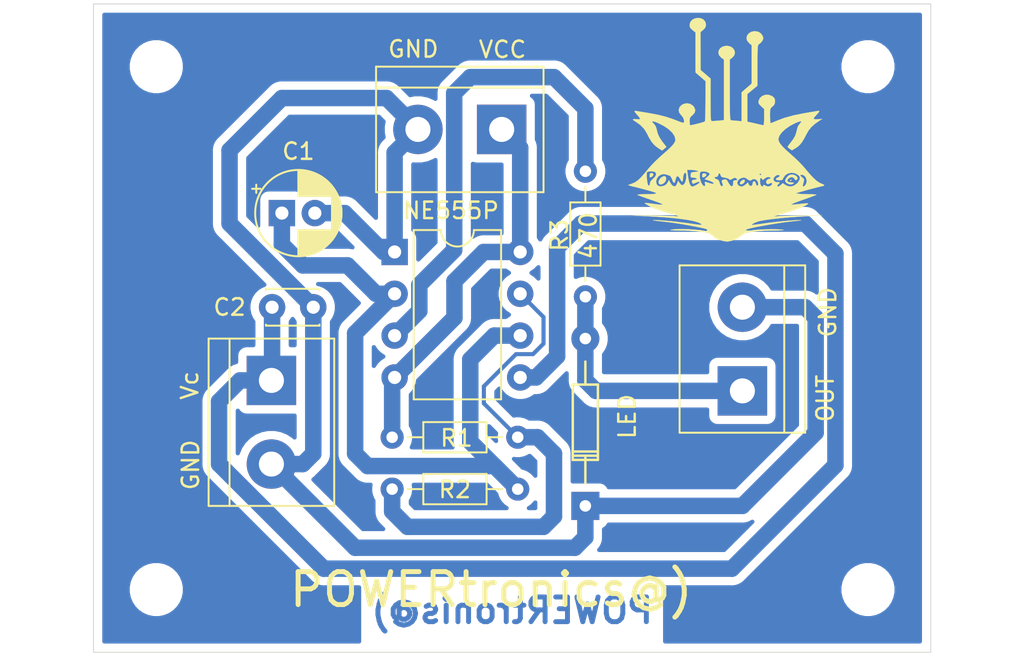
<source format=kicad_pcb>
(kicad_pcb (version 20171130) (host pcbnew "(5.1.6)-1")

  (general
    (thickness 1.6)
    (drawings 8)
    (tracks 86)
    (zones 0)
    (modules 15)
    (nets 8)
  )

  (page A4)
  (layers
    (0 F.Cu signal)
    (31 B.Cu signal)
    (32 B.Adhes user)
    (33 F.Adhes user)
    (34 B.Paste user)
    (35 F.Paste user)
    (36 B.SilkS user)
    (37 F.SilkS user)
    (38 B.Mask user)
    (39 F.Mask user)
    (40 Dwgs.User user)
    (41 Cmts.User user)
    (42 Eco1.User user)
    (43 Eco2.User user)
    (44 Edge.Cuts user)
    (45 Margin user)
    (46 B.CrtYd user)
    (47 F.CrtYd user)
    (48 B.Fab user)
    (49 F.Fab user)
  )

  (setup
    (last_trace_width 1)
    (user_trace_width 0.6)
    (user_trace_width 1)
    (trace_clearance 0.2)
    (zone_clearance 0.508)
    (zone_45_only no)
    (trace_min 0.2)
    (via_size 0.8)
    (via_drill 0.4)
    (via_min_size 0.4)
    (via_min_drill 0.3)
    (uvia_size 0.3)
    (uvia_drill 0.1)
    (uvias_allowed no)
    (uvia_min_size 0.2)
    (uvia_min_drill 0.1)
    (edge_width 0.05)
    (segment_width 0.2)
    (pcb_text_width 0.3)
    (pcb_text_size 1.5 1.5)
    (mod_edge_width 0.12)
    (mod_text_size 1 1)
    (mod_text_width 0.15)
    (pad_size 1.524 1.524)
    (pad_drill 0.762)
    (pad_to_mask_clearance 0.05)
    (aux_axis_origin 0 0)
    (visible_elements FFFFFF7F)
    (pcbplotparams
      (layerselection 0x010fc_ffffffff)
      (usegerberextensions false)
      (usegerberattributes true)
      (usegerberadvancedattributes true)
      (creategerberjobfile true)
      (excludeedgelayer true)
      (linewidth 0.100000)
      (plotframeref false)
      (viasonmask false)
      (mode 1)
      (useauxorigin false)
      (hpglpennumber 1)
      (hpglpenspeed 20)
      (hpglpendiameter 15.000000)
      (psnegative false)
      (psa4output false)
      (plotreference true)
      (plotvalue true)
      (plotinvisibletext false)
      (padsonsilk false)
      (subtractmaskfromsilk false)
      (outputformat 1)
      (mirror false)
      (drillshape 0)
      (scaleselection 1)
      (outputdirectory "./"))
  )

  (net 0 "")
  (net 1 "Net-(C1-Pad1)")
  (net 2 GND)
  (net 3 "Net-(C2-Pad1)")
  (net 4 "Net-(D1-Pad2)")
  (net 5 VCC)
  (net 6 "Net-(R1-Pad2)")
  (net 7 "Net-(R3-Pad2)")

  (net_class Default "This is the default net class."
    (clearance 0.2)
    (trace_width 0.25)
    (via_dia 0.8)
    (via_drill 0.4)
    (uvia_dia 0.3)
    (uvia_drill 0.1)
    (add_net GND)
    (add_net "Net-(C1-Pad1)")
    (add_net "Net-(C2-Pad1)")
    (add_net "Net-(D1-Pad2)")
    (add_net "Net-(R1-Pad2)")
    (add_net "Net-(R3-Pad2)")
    (add_net VCC)
  )

  (module "LOGI:LOGO PT" (layer F.Cu) (tedit 0) (tstamp 5EE5288A)
    (at 156.21 81.28)
    (fp_text reference G*** (at 0 0) (layer F.SilkS) hide
      (effects (font (size 1.524 1.524) (thickness 0.3)))
    )
    (fp_text value LOGO (at 0.75 0) (layer F.SilkS) hide
      (effects (font (size 1.524 1.524) (thickness 0.3)))
    )
    (fp_poly (pts (xy -1.277331 -6.757104) (xy -1.117159 -6.688983) (xy -0.996592 -6.562875) (xy -0.96718 -6.503165)
      (xy -0.933895 -6.321159) (xy -0.993473 -6.160494) (xy -1.121564 -6.029336) (xy -1.269707 -5.911061)
      (xy -1.268261 -4.760771) (xy -1.266816 -3.610482) (xy -0.963608 -3.349844) (xy -0.660401 -3.089207)
      (xy -0.6604 -1.798603) (xy -0.660128 -1.434093) (xy -0.658883 -1.145432) (xy -0.656022 -0.923805)
      (xy -0.650901 -0.760395) (xy -0.642878 -0.646385) (xy -0.63131 -0.572958) (xy -0.615553 -0.5313)
      (xy -0.594963 -0.512592) (xy -0.568899 -0.508019) (xy -0.566252 -0.508) (xy -0.466653 -0.512275)
      (xy -0.305335 -0.52335) (xy -0.159852 -0.535197) (xy 0.1524 -0.562394) (xy 0.1524 -4.238799)
      (xy 0.001727 -4.344451) (xy -0.13544 -4.486409) (xy -0.187536 -4.644574) (xy -0.162412 -4.80091)
      (xy -0.067917 -4.937378) (xy 0.0881 -5.035943) (xy 0.297791 -5.078567) (xy 0.321407 -5.079059)
      (xy 0.525408 -5.044103) (xy 0.682139 -4.949725) (xy 0.782643 -4.814918) (xy 0.81796 -4.658676)
      (xy 0.779133 -4.499993) (xy 0.6604 -4.360333) (xy 0.508 -4.241697) (xy 0.508 -2.396015)
      (xy 0.508205 -1.951873) (xy 0.509059 -1.585048) (xy 0.510915 -1.288189) (xy 0.514126 -1.053948)
      (xy 0.519047 -0.874976) (xy 0.526031 -0.743921) (xy 0.535433 -0.653435) (xy 0.547606 -0.596169)
      (xy 0.562905 -0.564772) (xy 0.581683 -0.551895) (xy 0.5969 -0.549965) (xy 0.696991 -0.544856)
      (xy 0.853973 -0.532227) (xy 0.9525 -0.522902) (xy 1.2192 -0.496207) (xy 1.2192 -2.250995)
      (xy 1.524 -2.515509) (xy 1.8288 -2.780024) (xy 1.8288 -3.947922) (xy 1.828799 -5.11582)
      (xy 1.6764 -5.24282) (xy 1.554522 -5.392293) (xy 1.518273 -5.549635) (xy 1.555328 -5.700227)
      (xy 1.653365 -5.82945) (xy 1.80006 -5.922685) (xy 1.983091 -5.965313) (xy 2.190135 -5.942716)
      (xy 2.249813 -5.923059) (xy 2.385358 -5.833612) (xy 2.491446 -5.697445) (xy 2.539486 -5.552498)
      (xy 2.54 -5.537971) (xy 2.500137 -5.407688) (xy 2.397582 -5.270755) (xy 2.275852 -5.172849)
      (xy 2.249367 -5.151486) (xy 2.228526 -5.116841) (xy 2.21266 -5.059497) (xy 2.201098 -4.970036)
      (xy 2.193173 -4.839041) (xy 2.188213 -4.657094) (xy 2.185551 -4.414778) (xy 2.184517 -4.102674)
      (xy 2.1844 -3.886033) (xy 2.1844 -2.654534) (xy 1.5748 -2.15124) (xy 1.5748 -1.310085)
      (xy 1.574799 -0.46893) (xy 1.7907 -0.421962) (xy 1.977476 -0.380045) (xy 2.188029 -0.331019)
      (xy 2.25712 -0.314497) (xy 2.408121 -0.279854) (xy 2.518038 -0.257964) (xy 2.54922 -0.254)
      (xy 2.565506 -0.293558) (xy 2.578799 -0.401156) (xy 2.587697 -0.560176) (xy 2.5908 -0.746286)
      (xy 2.5908 -1.238571) (xy 2.407385 -1.407753) (xy 2.298989 -1.51692) (xy 2.250568 -1.601007)
      (xy 2.246899 -1.691871) (xy 2.253221 -1.730384) (xy 2.329718 -1.904455) (xy 2.469549 -2.029608)
      (xy 2.650353 -2.098492) (xy 2.849772 -2.103756) (xy 3.045444 -2.03805) (xy 3.094902 -2.00707)
      (xy 3.197452 -1.919869) (xy 3.242381 -1.825198) (xy 3.2512 -1.70748) (xy 3.235379 -1.565446)
      (xy 3.173323 -1.460074) (xy 3.0988 -1.390487) (xy 3.030638 -1.330405) (xy 2.9866 -1.273696)
      (xy 2.961419 -1.200725) (xy 2.949827 -1.091854) (xy 2.946558 -0.927445) (xy 2.9464 -0.822243)
      (xy 2.94995 -0.640501) (xy 2.959548 -0.495122) (xy 2.973611 -0.403658) (xy 2.986162 -0.381)
      (xy 3.047582 -0.399563) (xy 3.172521 -0.4485) (xy 3.335278 -0.517684) (xy 3.354462 -0.526129)
      (xy 3.814893 -0.700009) (xy 4.357858 -0.850449) (xy 4.990979 -0.979511) (xy 5.102578 -0.998552)
      (xy 5.350104 -1.039991) (xy 5.569868 -1.077226) (xy 5.737807 -1.106149) (xy 5.8293 -1.122548)
      (xy 5.914416 -1.128747) (xy 5.934629 -1.097196) (xy 5.88795 -1.020379) (xy 5.77239 -0.890777)
      (xy 5.766293 -0.884374) (xy 5.644517 -0.748209) (xy 5.596292 -0.663638) (xy 5.62476 -0.621211)
      (xy 5.733069 -0.611478) (xy 5.8547 -0.618776) (xy 6.1214 -0.640897) (xy 5.969 -0.543886)
      (xy 5.674493 -0.339582) (xy 5.453378 -0.142669) (xy 5.283911 0.06918) (xy 5.159367 0.287446)
      (xy 5.015571 0.562745) (xy 4.88676 0.771603) (xy 4.761158 0.929252) (xy 4.626988 1.050929)
      (xy 4.506495 1.132053) (xy 4.278557 1.268464) (xy 4.145878 1.181493) (xy 4.055076 1.112432)
      (xy 4.013478 1.06197) (xy 4.0132 1.059515) (xy 4.039815 1.008774) (xy 4.109286 0.910823)
      (xy 4.197652 0.798004) (xy 4.365742 0.573498) (xy 4.476454 0.374555) (xy 4.545928 0.168303)
      (xy 4.573756 0.031976) (xy 4.638611 -0.1875) (xy 4.751858 -0.348426) (xy 4.833098 -0.444262)
      (xy 4.833259 -0.489924) (xy 4.753193 -0.485304) (xy 4.593754 -0.430295) (xy 4.481411 -0.382475)
      (xy 4.163241 -0.21751) (xy 3.889389 -0.029144) (xy 3.67218 0.170839) (xy 3.523942 0.370654)
      (xy 3.457001 0.558517) (xy 3.4544 0.599374) (xy 3.481599 0.722922) (xy 3.567024 0.87037)
      (xy 3.716417 1.048603) (xy 3.935518 1.264507) (xy 4.2164 1.513295) (xy 4.442308 1.715748)
      (xy 4.675209 1.940232) (xy 4.889275 2.16092) (xy 5.058677 2.351987) (xy 5.074317 2.371128)
      (xy 5.329121 2.676234) (xy 5.546362 2.912712) (xy 5.733696 3.087755) (xy 5.898776 3.208552)
      (xy 6.040867 3.279205) (xy 6.187772 3.342329) (xy 6.239201 3.388821) (xy 6.197579 3.424705)
      (xy 6.1087 3.447888) (xy 5.964937 3.479999) (xy 5.769527 3.528033) (xy 5.541284 3.58685)
      (xy 5.299024 3.651309) (xy 5.061561 3.71627) (xy 4.84771 3.776593) (xy 4.676286 3.827137)
      (xy 4.566104 3.862761) (xy 4.534917 3.877875) (xy 4.609793 3.898372) (xy 4.772195 3.915169)
      (xy 5.008101 3.927328) (xy 5.303491 3.933912) (xy 5.38226 3.934561) (xy 5.569463 3.939409)
      (xy 5.703491 3.95028) (xy 5.764333 3.9652) (xy 5.76326 3.972191) (xy 5.702133 3.999452)
      (xy 5.563602 4.052557) (xy 5.364343 4.125379) (xy 5.121032 4.211795) (xy 4.9276 4.279108)
      (xy 4.674852 4.368924) (xy 4.468019 4.4475) (xy 4.319846 4.509565) (xy 4.243075 4.549845)
      (xy 4.2418 4.562861) (xy 4.335385 4.562148) (xy 4.500608 4.55013) (xy 4.708828 4.529119)
      (xy 4.814865 4.516614) (xy 5.027907 4.494015) (xy 5.183072 4.485089) (xy 5.26335 4.490524)
      (xy 5.270365 4.498253) (xy 5.206602 4.55785) (xy 5.064299 4.638035) (xy 4.860772 4.731324)
      (xy 4.613331 4.830231) (xy 4.339292 4.927271) (xy 4.1148 4.997861) (xy 3.868903 5.07129)
      (xy 3.641197 5.140531) (xy 3.458314 5.197411) (xy 3.3528 5.231708) (xy 3.175 5.292754)
      (xy 3.429 5.271977) (xy 3.552182 5.265236) (xy 3.758944 5.257678) (xy 4.031278 5.249795)
      (xy 4.351176 5.242082) (xy 4.700629 5.235034) (xy 4.9022 5.231566) (xy 6.1214 5.211932)
      (xy 5.101067 5.269309) (xy 4.63175 5.299216) (xy 4.160893 5.335691) (xy 3.704868 5.376989)
      (xy 3.280047 5.421362) (xy 2.902803 5.467064) (xy 2.589509 5.512351) (xy 2.356536 5.555475)
      (xy 2.306148 5.567375) (xy 2.157343 5.613434) (xy 2.019258 5.669672) (xy 1.9109 5.725792)
      (xy 1.851273 5.771499) (xy 1.859381 5.796498) (xy 1.8796 5.798445) (xy 1.957866 5.791717)
      (xy 2.112992 5.772946) (xy 2.321843 5.745083) (xy 2.54 5.714181) (xy 2.950337 5.658325)
      (xy 3.366791 5.608476) (xy 3.768631 5.566606) (xy 4.135124 5.534686) (xy 4.445541 5.514689)
      (xy 4.67915 5.508587) (xy 4.698688 5.508838) (xy 4.80928 5.512453) (xy 4.844652 5.518891)
      (xy 4.798563 5.529451) (xy 4.664775 5.545432) (xy 4.437046 5.568132) (xy 4.3942 5.572216)
      (xy 4.11074 5.60332) (xy 3.783396 5.646127) (xy 3.428357 5.697822) (xy 3.061812 5.755593)
      (xy 2.69995 5.816627) (xy 2.358959 5.878109) (xy 2.055029 5.937228) (xy 1.804347 5.991169)
      (xy 1.623103 6.037119) (xy 1.532273 6.06956) (xy 1.47984 6.114175) (xy 1.516577 6.14075)
      (xy 1.632092 6.148126) (xy 1.815996 6.135142) (xy 1.956235 6.11689) (xy 2.164018 6.093976)
      (xy 2.42565 6.076756) (xy 2.717247 6.065506) (xy 3.014927 6.060503) (xy 3.294804 6.062024)
      (xy 3.532997 6.070345) (xy 3.705621 6.085744) (xy 3.7592 6.096) (xy 3.762575 6.109245)
      (xy 3.672228 6.120437) (xy 3.49602 6.129083) (xy 3.24181 6.134687) (xy 3.1242 6.135934)
      (xy 2.689441 6.146733) (xy 2.285368 6.170816) (xy 1.943655 6.206161) (xy 1.8796 6.215308)
      (xy 1.651853 6.251844) (xy 1.495638 6.285666) (xy 1.382194 6.327595) (xy 1.282758 6.38845)
      (xy 1.168569 6.479049) (xy 1.1604 6.485851) (xy 0.934805 6.642657) (xy 0.698104 6.738223)
      (xy 0.65588 6.749363) (xy 0.489035 6.789099) (xy 0.375906 6.806256) (xy 0.27282 6.802378)
      (xy 0.136105 6.779009) (xy 0.087249 6.769457) (xy -0.174045 6.697725) (xy -0.390066 6.585354)
      (xy -0.567357 6.444519) (xy -0.653938 6.37003) (xy -0.733244 6.318447) (xy -0.829132 6.282045)
      (xy -0.965456 6.2531) (xy -1.166072 6.223887) (xy -1.303957 6.205995) (xy -1.581846 6.177524)
      (xy -1.916533 6.153989) (xy -2.263252 6.138052) (xy -2.54 6.132441) (xy -2.819108 6.129472)
      (xy -3.00186 6.123238) (xy -3.093443 6.113337) (xy -3.099042 6.09937) (xy -3.0734 6.091276)
      (xy -2.894464 6.064889) (xy -2.639276 6.051572) (xy -2.331801 6.050467) (xy -1.996004 6.060717)
      (xy -1.655849 6.081463) (xy -1.335302 6.111849) (xy -1.058326 6.151017) (xy -0.9779 6.166272)
      (xy -0.88614 6.167439) (xy -0.8636 6.126285) (xy -0.869194 6.090842) (xy -0.896916 6.062286)
      (xy -0.963181 6.035096) (xy -1.084403 6.003752) (xy -1.276995 5.962733) (xy -1.458377 5.926242)
      (xy -1.989383 5.823775) (xy -2.455759 5.74207) (xy -2.889645 5.676092) (xy -3.32318 5.620804)
      (xy -3.6068 5.58959) (xy -3.880179 5.560108) (xy -4.058247 5.538376) (xy -4.146738 5.52331)
      (xy -4.151387 5.513826) (xy -4.077927 5.508839) (xy -4.038289 5.508008) (xy -3.813282 5.51294)
      (xy -3.509458 5.531876) (xy -3.147767 5.562813) (xy -2.749161 5.603753) (xy -2.334592 5.652692)
      (xy -1.925009 5.707631) (xy -1.8796 5.714181) (xy -1.612 5.752969) (xy -1.428618 5.778518)
      (xy -1.313551 5.791977) (xy -1.250896 5.794498) (xy -1.224749 5.787234) (xy -1.219208 5.771334)
      (xy -1.2192 5.761996) (xy -1.265896 5.713768) (xy -1.392854 5.656574) (xy -1.580385 5.596623)
      (xy -1.808795 5.540124) (xy -2.058394 5.493288) (xy -2.083705 5.489383) (xy -2.48055 5.434023)
      (xy -2.892014 5.386463) (xy -3.339482 5.344724) (xy -3.844343 5.306825) (xy -4.427984 5.270784)
      (xy -4.4704 5.268389) (xy -5.461 5.212736) (xy -4.2418 5.231467) (xy -3.88557 5.237729)
      (xy -3.55059 5.245086) (xy -3.254431 5.253038) (xy -3.014662 5.261085) (xy -2.848854 5.268726)
      (xy -2.794 5.272724) (xy -2.668769 5.280689) (xy -2.628142 5.270883) (xy -2.6749 5.241999)
      (xy -2.811826 5.192736) (xy -3.041701 5.121787) (xy -3.237251 5.064865) (xy -3.479459 4.9936)
      (xy -3.712362 4.921924) (xy -3.902508 4.860275) (xy -3.982511 4.832311) (xy -4.1256 4.772967)
      (xy -4.28609 4.696581) (xy -4.441719 4.615222) (xy -4.570222 4.540953) (xy -4.649335 4.485842)
      (xy -4.662374 4.463867) (xy -4.607533 4.463454) (xy -4.476014 4.47517) (xy -4.291257 4.496727)
      (xy -4.188904 4.510119) (xy -3.904122 4.546861) (xy -3.706138 4.567083) (xy -3.596142 4.568794)
      (xy -3.575328 4.550003) (xy -3.64489 4.508715) (xy -3.806018 4.44294) (xy -4.059907 4.350686)
      (xy -4.3434 4.252073) (xy -4.594878 4.164345) (xy -4.813891 4.085732) (xy -4.982728 4.022762)
      (xy -5.083678 3.981964) (xy -5.102861 3.972144) (xy -5.076711 3.95704) (xy -4.96786 3.944147)
      (xy -4.795207 3.935124) (xy -4.645661 3.931992) (xy -4.323383 3.926756) (xy -4.10194 3.916592)
      (xy -3.980599 3.898731) (xy -3.958627 3.8704) (xy -4.035292 3.828831) (xy -4.209862 3.771251)
      (xy -4.481604 3.694892) (xy -4.576243 3.669437) (xy -4.834457 3.600897) (xy -5.057569 3.542634)
      (xy -5.228132 3.499129) (xy -5.3287 3.474863) (xy -5.347636 3.471334) (xy -5.412284 3.457397)
      (xy -5.521193 3.424862) (xy -5.6642 3.37839) (xy -5.402805 3.281042) (xy -5.269729 3.222203)
      (xy -5.141065 3.14244) (xy -5.006021 3.031718) (xy -4.853807 2.880005) (xy -4.798032 2.817246)
      (xy -4.537064 2.817246) (xy -4.516661 3.055223) (xy -4.490284 3.25162) (xy -4.455609 3.369686)
      (xy -4.408028 3.416324) (xy -4.364208 3.389338) (xy -4.340813 3.286534) (xy -4.340223 3.271376)
      (xy -4.311903 3.179467) (xy -3.9624 3.179467) (xy -3.926295 3.337205) (xy -3.82611 3.433467)
      (xy -3.674043 3.462706) (xy -3.482291 3.419376) (xy -3.457385 3.40912) (xy -3.335769 3.323142)
      (xy -3.251981 3.208036) (xy -3.190946 3.069167) (xy -3.09932 3.242877) (xy -3.004752 3.376898)
      (xy -2.900808 3.450874) (xy -2.803108 3.454255) (xy -2.793122 3.449715) (xy -2.750627 3.398299)
      (xy -2.700162 3.299463) (xy -2.690678 3.276483) (xy -2.630743 3.125146) (xy -2.535318 3.255906)
      (xy -2.454941 3.351828) (xy -2.388794 3.381846) (xy -2.309056 3.357131) (xy -2.297772 3.351292)
      (xy -2.236448 3.284436) (xy -2.18655 3.168487) (xy -2.150952 3.025522) (xy -2.13253 2.877618)
      (xy -2.134157 2.74685) (xy -2.15871 2.655295) (xy -2.203154 2.624667) (xy -2.255591 2.663756)
      (xy -2.299152 2.768119) (xy -2.327899 2.918396) (xy -2.336241 3.058584) (xy -2.351872 3.151558)
      (xy -2.393062 3.166268) (xy -2.45317 3.104753) (xy -2.508673 3.005667) (xy -2.587813 2.882856)
      (xy -2.663346 2.840448) (xy -2.72709 2.878772) (xy -2.770257 2.995084) (xy -2.811033 3.160219)
      (xy -2.85262 3.241085) (xy -2.897991 3.238059) (xy -2.950119 3.151521) (xy -2.998129 3.02407)
      (xy -3.052685 2.904621) (xy -3.116213 2.824403) (xy -3.144797 2.808223) (xy -3.260696 2.770301)
      (xy -3.314011 2.748577) (xy -3.492161 2.710671) (xy -3.664155 2.744797) (xy -3.811867 2.838912)
      (xy -3.917173 2.980969) (xy -3.961948 3.158924) (xy -3.9624 3.179467) (xy -4.311903 3.179467)
      (xy -4.30341 3.151905) (xy -4.189553 3.027276) (xy -4.149723 2.994726) (xy -4.01315 2.855455)
      (xy -3.961872 2.724946) (xy -3.999371 2.614325) (xy -4.02336 2.5908) (xy -4.119799 2.554885)
      (xy -4.264222 2.541411) (xy -4.408207 2.551026) (xy -4.503332 2.584377) (xy -4.503346 2.584388)
      (xy -4.53263 2.660089) (xy -4.537064 2.817246) (xy -4.798032 2.817246) (xy -4.673629 2.677266)
      (xy -4.489445 2.455334) (xy -2.078014 2.455334) (xy -2.050787 2.677584) (xy -2.007371 2.978786)
      (xy -1.959369 3.202046) (xy -1.904306 3.354072) (xy -1.839712 3.441569) (xy -1.763114 3.471245)
      (xy -1.758173 3.471334) (xy -1.68349 3.449073) (xy -1.563867 3.393021) (xy -1.510393 3.363974)
      (xy -1.372096 3.27034) (xy -1.320171 3.203978) (xy -1.348736 3.175067) (xy -1.451908 3.193781)
      (xy -1.5781 3.246858) (xy -1.695745 3.294867) (xy -1.757058 3.282164) (xy -1.785444 3.200508)
      (xy -1.789605 3.172385) (xy -1.784409 3.100062) (xy -1.724171 3.066793) (xy -1.635217 3.05571)
      (xy -1.516815 3.031454) (xy -1.488789 2.993825) (xy -1.544947 2.955763) (xy -1.679097 2.930208)
      (xy -1.695901 2.928885) (xy -1.819449 2.914988) (xy -1.869266 2.879103) (xy -1.873045 2.794259)
      (xy -1.869774 2.759552) (xy -1.861838 2.708212) (xy -1.312166 2.708212) (xy -1.308129 2.954766)
      (xy -1.246797 3.188853) (xy -1.166162 3.337225) (xy -1.078308 3.429141) (xy -1.014692 3.444383)
      (xy -0.988031 3.385748) (xy -0.998614 3.300359) (xy -1.015279 3.216437) (xy -0.998116 3.183204)
      (xy -0.926561 3.194405) (xy -0.795236 3.2385) (xy -0.655132 3.28021) (xy -0.544365 3.301352)
      (xy -0.530799 3.302) (xy -0.463264 3.286351) (xy -0.477625 3.245641) (xy -0.562953 3.189229)
      (xy -0.708318 3.126472) (xy -0.75484 3.11019) (xy -1.019713 3.021461) (xy -0.929987 2.943219)
      (xy -0.425772 2.943219) (xy -0.3555 2.994611) (xy -0.310076 3.010478) (xy -0.195905 3.062686)
      (xy -0.137411 3.152555) (xy -0.121842 3.210466) (xy -0.075133 3.355964) (xy -0.015531 3.436814)
      (xy 0.049497 3.444172) (xy 0.06614 3.43315) (xy 0.086138 3.357516) (xy 0.05324 3.264577)
      (xy 0.013953 3.146824) (xy 0.048862 3.077359) (xy 0.16718 3.039389) (xy 0.17773 3.03765)
      (xy 0.260365 3.035225) (xy 0.321381 3.07195) (xy 0.384262 3.165424) (xy 0.409056 3.211031)
      (xy 0.507242 3.366943) (xy 0.592385 3.446971) (xy 0.658587 3.450216) (xy 0.699951 3.375775)
      (xy 0.7112 3.257168) (xy 0.712165 3.242635) (xy 0.958108 3.242635) (xy 0.99341 3.357043)
      (xy 1.090968 3.440209) (xy 1.227992 3.470046) (xy 1.315378 3.442607) (xy 1.429439 3.372581)
      (xy 1.464106 3.345399) (xy 1.615227 3.219464) (xy 1.646781 3.324232) (xy 1.702653 3.404979)
      (xy 1.783028 3.432553) (xy 1.853599 3.405556) (xy 1.880377 3.33375) (xy 1.90422 3.209311)
      (xy 1.959088 3.150141) (xy 2.023808 3.159762) (xy 2.07721 3.241695) (xy 2.091198 3.298684)
      (xy 2.128343 3.391046) (xy 2.181498 3.419052) (xy 2.224718 3.379774) (xy 2.2352 3.314947)
      (xy 2.204632 3.176164) (xy 2.155381 3.110702) (xy 2.338447 3.110702) (xy 2.344942 3.237434)
      (xy 2.370405 3.349866) (xy 2.389387 3.38945) (xy 2.457185 3.458067) (xy 2.515902 3.463374)
      (xy 2.54 3.405433) (xy 2.549182 3.363198) (xy 2.594713 3.373139) (xy 2.652903 3.405433)
      (xy 2.80767 3.465231) (xy 2.939841 3.445223) (xy 3.019703 3.389334) (xy 3.081344 3.304065)
      (xy 3.06479 3.254093) (xy 2.984848 3.256252) (xy 2.92552 3.282258) (xy 2.834085 3.323057)
      (xy 2.776466 3.310349) (xy 2.742901 3.280534) (xy 2.708228 3.18951) (xy 2.743021 3.091562)
      (xy 2.820538 3.026993) (xy 3.1496 3.026993) (xy 3.191267 3.124412) (xy 3.290662 3.192219)
      (xy 3.409377 3.206653) (xy 3.431342 3.201276) (xy 3.509678 3.197152) (xy 3.524204 3.240388)
      (xy 3.470933 3.309911) (xy 3.4544 3.323167) (xy 3.389695 3.397354) (xy 3.39454 3.454318)
      (xy 3.448542 3.471334) (xy 3.506563 3.443341) (xy 3.595832 3.375121) (xy 3.605259 3.366866)
      (xy 3.72303 3.262399) (xy 3.872012 3.366866) (xy 4.060251 3.455084) (xy 4.254951 3.458904)
      (xy 4.411761 3.40426) (xy 4.613219 3.257974) (xy 4.733028 3.061607) (xy 4.747144 3.015742)
      (xy 4.759173 2.916159) (xy 4.720263 2.835928) (xy 4.647861 2.767868) (xy 4.789195 2.767868)
      (xy 4.79472 2.817958) (xy 4.890149 2.904167) (xy 4.907333 2.916805) (xy 4.998331 3.002608)
      (xy 5.014245 3.089812) (xy 5.005854 3.125523) (xy 4.956856 3.299651) (xy 4.935784 3.405611)
      (xy 4.941807 3.456436) (xy 4.974097 3.465164) (xy 4.984384 3.4628) (xy 5.058826 3.413022)
      (xy 5.117351 3.34099) (xy 5.168664 3.193825) (xy 5.162023 3.039275) (xy 5.106576 2.899409)
      (xy 5.011469 2.796299) (xy 4.885849 2.752013) (xy 4.873112 2.751667) (xy 4.789195 2.767868)
      (xy 4.647861 2.767868) (xy 4.63072 2.751755) (xy 4.45214 2.655598) (xy 4.251956 2.629443)
      (xy 4.054948 2.66796) (xy 3.885894 2.765822) (xy 3.769573 2.9177) (xy 3.760497 2.93889)
      (xy 3.711394 3.037751) (xy 3.644362 3.080525) (xy 3.519908 3.090285) (xy 3.50126 3.090334)
      (xy 3.35722 3.071881) (xy 3.299264 3.025378) (xy 3.332696 2.964104) (xy 3.430315 2.912798)
      (xy 3.522514 2.855499) (xy 3.529892 2.798376) (xy 3.450054 2.761167) (xy 3.448741 2.760952)
      (xy 3.348057 2.781957) (xy 3.244658 2.855577) (xy 3.169276 2.954478) (xy 3.1496 3.026993)
      (xy 2.820538 3.026993) (xy 2.827911 3.020852) (xy 2.898744 3.005667) (xy 2.975576 2.985768)
      (xy 2.977872 2.942458) (xy 2.914794 2.900319) (xy 2.854277 2.886388) (xy 2.731888 2.910271)
      (xy 2.62126 2.98395) (xy 2.538187 3.054446) (xy 2.496668 3.065962) (xy 2.470279 3.022445)
      (xy 2.464446 3.007364) (xy 2.42044 2.948011) (xy 2.383942 2.944051) (xy 2.351315 3.002098)
      (xy 2.338447 3.110702) (xy 2.155381 3.110702) (xy 2.12642 3.072209) (xy 2.020801 3.015472)
      (xy 1.908011 3.018344) (xy 1.830688 3.067271) (xy 1.764275 3.106328) (xy 1.674652 3.084755)
      (xy 1.659367 3.077854) (xy 1.556875 3.017106) (xy 1.508775 2.973917) (xy 1.418722 2.926999)
      (xy 1.28351 2.932285) (xy 1.135286 2.987042) (xy 1.09905 3.008739) (xy 0.991256 3.119146)
      (xy 0.958108 3.242635) (xy 0.712165 3.242635) (xy 0.718377 3.149096) (xy 0.752057 3.101472)
      (xy 0.83046 3.090362) (xy 0.8382 3.090334) (xy 0.943224 3.073162) (xy 0.954416 3.024927)
      (xy 0.886875 2.961864) (xy 0.818447 2.933851) (xy 0.736743 2.955749) (xy 0.660663 2.998811)
      (xy 0.558391 3.054802) (xy 0.502375 3.058842) (xy 0.469757 3.025869) (xy 0.396449 2.980131)
      (xy 0.262716 2.940583) (xy 0.200932 2.929689) (xy 0.057796 2.902507) (xy -0.01472 2.861797)
      (xy -0.047359 2.788282) (xy -0.051036 2.771699) (xy -0.063671 2.741795) (xy 2.307292 2.741795)
      (xy 2.314081 2.755283) (xy 2.375753 2.776256) (xy 2.391938 2.770599) (xy 2.417107 2.719205)
      (xy 2.410318 2.705718) (xy 2.348646 2.684744) (xy 2.332461 2.690401) (xy 2.307292 2.741795)
      (xy -0.063671 2.741795) (xy -0.09086 2.677452) (xy -0.141704 2.662618) (xy -0.184149 2.727222)
      (xy -0.193875 2.771517) (xy -0.238695 2.859622) (xy -0.305177 2.878667) (xy -0.408756 2.89806)
      (xy -0.425772 2.943219) (xy -0.929987 2.943219) (xy -0.865457 2.886949) (xy -0.771094 2.795885)
      (xy -0.716563 2.726264) (xy -0.7112 2.710695) (xy -0.756016 2.646951) (xy -0.867228 2.589846)
      (xy -1.009984 2.553054) (xy -1.126705 2.547678) (xy -1.242352 2.566589) (xy -1.293894 2.616936)
      (xy -1.312166 2.708212) (xy -1.861838 2.708212) (xy -1.855442 2.666846) (xy -1.81808 2.61777)
      (xy -1.73002 2.59392) (xy -1.6002 2.580242) (xy -1.453424 2.565541) (xy -1.396459 2.552232)
      (xy -1.418081 2.532821) (xy -1.489208 2.506159) (xy -1.633304 2.473537) (xy -1.811867 2.456194)
      (xy -1.855114 2.455334) (xy -2.078014 2.455334) (xy -4.489445 2.455334) (xy -4.454698 2.413467)
      (xy -4.408862 2.356893) (xy -4.257445 2.184332) (xy -4.057036 1.976933) (xy -3.831746 1.758657)
      (xy -3.605684 1.553464) (xy -3.564816 1.518089) (xy -3.291413 1.278271) (xy -3.086526 1.085098)
      (xy -2.942296 0.929377) (xy -2.850866 0.801916) (xy -2.804377 0.693522) (xy -2.794261 0.616616)
      (xy -2.841831 0.415932) (xy -2.978832 0.206393) (xy -3.19549 -0.00259) (xy -3.48203 -0.201608)
      (xy -3.828674 -0.38125) (xy -3.832652 -0.383024) (xy -4.027603 -0.461331) (xy -4.152216 -0.492981)
      (xy -4.202176 -0.478519) (xy -4.173167 -0.418495) (xy -4.102596 -0.348808) (xy -3.982087 -0.182558)
      (xy -3.933973 -0.021166) (xy -3.868799 0.240917) (xy -3.761587 0.480069) (xy -3.596078 0.730523)
      (xy -3.5457 0.796342) (xy -3.336465 1.063963) (xy -3.468183 1.173728) (xy -3.5999 1.283492)
      (xy -3.8548 1.121502) (xy -4.058589 0.961223) (xy -4.240248 0.749244) (xy -4.409006 0.473358)
      (xy -4.524137 0.236271) (xy -4.688528 -0.027739) (xy -4.927537 -0.274053) (xy -5.207831 -0.471466)
      (xy -5.337948 -0.555521) (xy -5.374138 -0.607678) (xy -5.315977 -0.629154) (xy -5.163044 -0.621169)
      (xy -5.1562 -0.620397) (xy -5.012928 -0.610275) (xy -4.944447 -0.627845) (xy -4.948818 -0.682886)
      (xy -5.024101 -0.785175) (xy -5.1054 -0.87646) (xy -5.22242 -1.011506) (xy -5.272812 -1.09244)
      (xy -5.258701 -1.127485) (xy -5.182208 -1.124866) (xy -5.1689 -1.122405) (xy -5.076754 -1.106012)
      (xy -4.908161 -1.077378) (xy -4.686411 -1.040413) (xy -4.434793 -0.999029) (xy -4.412627 -0.995409)
      (xy -3.852306 -0.890196) (xy -3.361373 -0.766514) (xy -2.908314 -0.615793) (xy -2.674071 -0.522562)
      (xy -2.505069 -0.456161) (xy -2.372571 -0.41256) (xy -2.300644 -0.399468) (xy -2.295509 -0.401298)
      (xy -2.263368 -0.480773) (xy -2.279618 -0.600528) (xy -2.334973 -0.731145) (xy -2.420145 -0.843203)
      (xy -2.440784 -0.861489) (xy -2.560769 -1.011261) (xy -2.594796 -1.178438) (xy -2.547266 -1.341716)
      (xy -2.422582 -1.479793) (xy -2.299088 -1.547198) (xy -2.092378 -1.587088) (xy -1.895156 -1.548911)
      (xy -1.727513 -1.438805) (xy -1.655771 -1.350694) (xy -1.58926 -1.180274) (xy -1.621327 -1.020821)
      (xy -1.753377 -0.866656) (xy -1.78091 -0.844402) (xy -1.869373 -0.76428) (xy -1.914156 -0.680696)
      (xy -1.929402 -0.560212) (xy -1.9304 -0.491015) (xy -1.925227 -0.362184) (xy -1.911862 -0.276103)
      (xy -1.898411 -0.254) (xy -1.810444 -0.265903) (xy -1.662895 -0.296845) (xy -1.483668 -0.339671)
      (xy -1.30067 -0.387228) (xy -1.141805 -0.432362) (xy -1.034978 -0.46792) (xy -1.006565 -0.482628)
      (xy -0.997455 -0.534539) (xy -0.988997 -0.659967) (xy -0.981534 -0.847763) (xy -0.975409 -1.086778)
      (xy -0.970964 -1.365862) (xy -0.968541 -1.673866) (xy -0.968359 -1.726752) (xy -0.964988 -2.928144)
      (xy -1.269894 -3.192751) (xy -1.5748 -3.457357) (xy -1.5748 -4.673688) (xy -1.574801 -5.890019)
      (xy -1.752601 -6.029758) (xy -1.867511 -6.134297) (xy -1.919337 -6.232551) (xy -1.9304 -6.347672)
      (xy -1.890147 -6.518157) (xy -1.783517 -6.647765) (xy -1.631707 -6.733074) (xy -1.455913 -6.770661)
      (xy -1.277331 -6.757104)) (layer F.SilkS) (width 0.01))
    (fp_poly (pts (xy -3.416414 2.841677) (xy -3.362471 2.919271) (xy -3.3528 3.005141) (xy -3.384375 3.127973)
      (xy -3.464517 3.236429) (xy -3.571353 3.31444) (xy -3.683009 3.345939) (xy -3.776134 3.316111)
      (xy -3.81823 3.227103) (xy -3.797195 3.106611) (xy -3.721946 2.982843) (xy -3.649248 2.914786)
      (xy -3.513579 2.839703) (xy -3.416414 2.841677)) (layer F.SilkS) (width 0.01))
    (fp_poly (pts (xy -0.943183 2.695438) (xy -0.912007 2.761873) (xy -0.951743 2.837994) (xy -1.012661 2.877177)
      (xy -1.114802 2.914844) (xy -1.158651 2.894949) (xy -1.168373 2.804586) (xy -1.1684 2.794)
      (xy -1.154732 2.703237) (xy -1.096628 2.670033) (xy -1.0414 2.667) (xy -0.943183 2.695438)) (layer F.SilkS) (width 0.01))
    (fp_poly (pts (xy 1.414458 3.078684) (xy 1.415563 3.150924) (xy 1.370602 3.235001) (xy 1.329499 3.274272)
      (xy 1.217337 3.335588) (xy 1.142196 3.329712) (xy 1.1176 3.266228) (xy 1.156179 3.176753)
      (xy 1.245997 3.092808) (xy 1.348176 3.048979) (xy 1.3629 3.048) (xy 1.414458 3.078684)) (layer F.SilkS) (width 0.01))
    (fp_poly (pts (xy 4.439025 2.769143) (xy 4.556647 2.840942) (xy 4.615394 2.938249) (xy 4.614294 2.989542)
      (xy 4.566877 3.063546) (xy 4.496862 3.076862) (xy 4.440887 3.024639) (xy 4.436637 3.013055)
      (xy 4.369816 2.926013) (xy 4.261854 2.89916) (xy 4.140618 2.930543) (xy 4.033971 3.018209)
      (xy 4.016741 3.042485) (xy 3.999203 3.131295) (xy 4.071642 3.191269) (xy 4.226337 3.216814)
      (xy 4.25818 3.217334) (xy 4.369491 3.222456) (xy 4.396599 3.244348) (xy 4.3688 3.280834)
      (xy 4.254585 3.336552) (xy 4.109931 3.331587) (xy 3.972731 3.267912) (xy 3.9624 3.259667)
      (xy 3.887663 3.182298) (xy 3.8608 3.128481) (xy 3.895166 3.018253) (xy 3.979156 2.893465)
      (xy 4.084107 2.791767) (xy 4.142446 2.758516) (xy 4.29135 2.736963) (xy 4.439025 2.769143)) (layer F.SilkS) (width 0.01))
    (fp_poly (pts (xy 4.249737 3.073935) (xy 4.2418 3.090334) (xy 4.19615 3.130719) (xy 4.188001 3.132667)
      (xy 4.166182 3.099914) (xy 4.1656 3.090334) (xy 4.204652 3.049627) (xy 4.219398 3.048)
      (xy 4.249737 3.073935)) (layer F.SilkS) (width 0.01))
    (fp_poly (pts (xy -4.152085 2.675869) (xy -4.127091 2.748119) (xy -4.174051 2.835798) (xy -4.192092 2.852362)
      (xy -4.291378 2.913888) (xy -4.348213 2.898531) (xy -4.361491 2.806747) (xy -4.359319 2.783417)
      (xy -4.331291 2.683621) (xy -4.267983 2.647315) (xy -4.242496 2.645834) (xy -4.152085 2.675869)) (layer F.SilkS) (width 0.01))
  )

  (module MountingHole:MountingHole_2.2mm_M2 (layer F.Cu) (tedit 56D1B4CB) (tstamp 5EE526C2)
    (at 165.1 77.47)
    (descr "Mounting Hole 2.2mm, no annular, M2")
    (tags "mounting hole 2.2mm no annular m2")
    (attr virtual)
    (fp_text reference REF** (at 0 -3.2) (layer F.Fab)
      (effects (font (size 1 1) (thickness 0.15)))
    )
    (fp_text value MountingHole_2.2mm_M2 (at 0 3.2) (layer F.Fab)
      (effects (font (size 1 1) (thickness 0.15)))
    )
    (fp_text user %R (at 0.3 0) (layer F.Fab)
      (effects (font (size 1 1) (thickness 0.15)))
    )
    (fp_circle (center 0 0) (end 2.2 0) (layer Cmts.User) (width 0.15))
    (fp_circle (center 0 0) (end 2.45 0) (layer F.CrtYd) (width 0.05))
    (pad 1 np_thru_hole circle (at 0 0) (size 2.2 2.2) (drill 2.2) (layers *.Cu *.Mask))
  )

  (module MountingHole:MountingHole_2.2mm_M2 (layer F.Cu) (tedit 56D1B4CB) (tstamp 5EE5263A)
    (at 165.1 109.22)
    (descr "Mounting Hole 2.2mm, no annular, M2")
    (tags "mounting hole 2.2mm no annular m2")
    (attr virtual)
    (fp_text reference REF** (at 0 -3.2) (layer F.Fab)
      (effects (font (size 1 1) (thickness 0.15)))
    )
    (fp_text value MountingHole_2.2mm_M2 (at 0 3.2) (layer F.Fab)
      (effects (font (size 1 1) (thickness 0.15)))
    )
    (fp_text user %R (at 0.3 0) (layer F.Fab)
      (effects (font (size 1 1) (thickness 0.15)))
    )
    (fp_circle (center 0 0) (end 2.2 0) (layer Cmts.User) (width 0.15))
    (fp_circle (center 0 0) (end 2.45 0) (layer F.CrtYd) (width 0.05))
    (pad 1 np_thru_hole circle (at 0 0) (size 2.2 2.2) (drill 2.2) (layers *.Cu *.Mask))
  )

  (module MountingHole:MountingHole_2.2mm_M2 (layer F.Cu) (tedit 56D1B4CB) (tstamp 5EE52616)
    (at 121.92 109.22)
    (descr "Mounting Hole 2.2mm, no annular, M2")
    (tags "mounting hole 2.2mm no annular m2")
    (attr virtual)
    (fp_text reference REF** (at 0 -3.2) (layer F.Fab)
      (effects (font (size 1 1) (thickness 0.15)))
    )
    (fp_text value MountingHole_2.2mm_M2 (at 0 3.2) (layer F.Fab)
      (effects (font (size 1 1) (thickness 0.15)))
    )
    (fp_text user %R (at 0.3 0) (layer F.Fab)
      (effects (font (size 1 1) (thickness 0.15)))
    )
    (fp_circle (center 0 0) (end 2.2 0) (layer Cmts.User) (width 0.15))
    (fp_circle (center 0 0) (end 2.45 0) (layer F.CrtYd) (width 0.05))
    (pad 1 np_thru_hole circle (at 0 0) (size 2.2 2.2) (drill 2.2) (layers *.Cu *.Mask))
  )

  (module MountingHole:MountingHole_2.2mm_M2 (layer F.Cu) (tedit 56D1B4CB) (tstamp 5EE525F2)
    (at 121.92 77.47)
    (descr "Mounting Hole 2.2mm, no annular, M2")
    (tags "mounting hole 2.2mm no annular m2")
    (attr virtual)
    (fp_text reference REF** (at 0 -3.2) (layer F.Fab)
      (effects (font (size 1 1) (thickness 0.15)))
    )
    (fp_text value MountingHole_2.2mm_M2 (at 0 3.2) (layer F.Fab)
      (effects (font (size 1 1) (thickness 0.15)))
    )
    (fp_text user %R (at 0.3 0) (layer F.Fab)
      (effects (font (size 1 1) (thickness 0.15)))
    )
    (fp_circle (center 0 0) (end 2.2 0) (layer Cmts.User) (width 0.15))
    (fp_circle (center 0 0) (end 2.45 0) (layer F.CrtYd) (width 0.05))
    (pad 1 np_thru_hole circle (at 0 0) (size 2.2 2.2) (drill 2.2) (layers *.Cu *.Mask))
  )

  (module Capacitor_THT:CP_Radial_D5.0mm_P2.00mm (layer F.Cu) (tedit 5AE50EF0) (tstamp 5EE530EA)
    (at 129.54 86.36)
    (descr "CP, Radial series, Radial, pin pitch=2.00mm, , diameter=5mm, Electrolytic Capacitor")
    (tags "CP Radial series Radial pin pitch 2.00mm  diameter 5mm Electrolytic Capacitor")
    (path /5EE4F368)
    (fp_text reference C1 (at 1 -3.75) (layer F.SilkS)
      (effects (font (size 1 1) (thickness 0.15)))
    )
    (fp_text value CP (at 1 3.75) (layer F.Fab)
      (effects (font (size 1 1) (thickness 0.15)))
    )
    (fp_line (start -1.554775 -1.725) (end -1.554775 -1.225) (layer F.SilkS) (width 0.12))
    (fp_line (start -1.804775 -1.475) (end -1.304775 -1.475) (layer F.SilkS) (width 0.12))
    (fp_line (start 3.601 -0.284) (end 3.601 0.284) (layer F.SilkS) (width 0.12))
    (fp_line (start 3.561 -0.518) (end 3.561 0.518) (layer F.SilkS) (width 0.12))
    (fp_line (start 3.521 -0.677) (end 3.521 0.677) (layer F.SilkS) (width 0.12))
    (fp_line (start 3.481 -0.805) (end 3.481 0.805) (layer F.SilkS) (width 0.12))
    (fp_line (start 3.441 -0.915) (end 3.441 0.915) (layer F.SilkS) (width 0.12))
    (fp_line (start 3.401 -1.011) (end 3.401 1.011) (layer F.SilkS) (width 0.12))
    (fp_line (start 3.361 -1.098) (end 3.361 1.098) (layer F.SilkS) (width 0.12))
    (fp_line (start 3.321 -1.178) (end 3.321 1.178) (layer F.SilkS) (width 0.12))
    (fp_line (start 3.281 -1.251) (end 3.281 1.251) (layer F.SilkS) (width 0.12))
    (fp_line (start 3.241 -1.319) (end 3.241 1.319) (layer F.SilkS) (width 0.12))
    (fp_line (start 3.201 -1.383) (end 3.201 1.383) (layer F.SilkS) (width 0.12))
    (fp_line (start 3.161 -1.443) (end 3.161 1.443) (layer F.SilkS) (width 0.12))
    (fp_line (start 3.121 -1.5) (end 3.121 1.5) (layer F.SilkS) (width 0.12))
    (fp_line (start 3.081 -1.554) (end 3.081 1.554) (layer F.SilkS) (width 0.12))
    (fp_line (start 3.041 -1.605) (end 3.041 1.605) (layer F.SilkS) (width 0.12))
    (fp_line (start 3.001 1.04) (end 3.001 1.653) (layer F.SilkS) (width 0.12))
    (fp_line (start 3.001 -1.653) (end 3.001 -1.04) (layer F.SilkS) (width 0.12))
    (fp_line (start 2.961 1.04) (end 2.961 1.699) (layer F.SilkS) (width 0.12))
    (fp_line (start 2.961 -1.699) (end 2.961 -1.04) (layer F.SilkS) (width 0.12))
    (fp_line (start 2.921 1.04) (end 2.921 1.743) (layer F.SilkS) (width 0.12))
    (fp_line (start 2.921 -1.743) (end 2.921 -1.04) (layer F.SilkS) (width 0.12))
    (fp_line (start 2.881 1.04) (end 2.881 1.785) (layer F.SilkS) (width 0.12))
    (fp_line (start 2.881 -1.785) (end 2.881 -1.04) (layer F.SilkS) (width 0.12))
    (fp_line (start 2.841 1.04) (end 2.841 1.826) (layer F.SilkS) (width 0.12))
    (fp_line (start 2.841 -1.826) (end 2.841 -1.04) (layer F.SilkS) (width 0.12))
    (fp_line (start 2.801 1.04) (end 2.801 1.864) (layer F.SilkS) (width 0.12))
    (fp_line (start 2.801 -1.864) (end 2.801 -1.04) (layer F.SilkS) (width 0.12))
    (fp_line (start 2.761 1.04) (end 2.761 1.901) (layer F.SilkS) (width 0.12))
    (fp_line (start 2.761 -1.901) (end 2.761 -1.04) (layer F.SilkS) (width 0.12))
    (fp_line (start 2.721 1.04) (end 2.721 1.937) (layer F.SilkS) (width 0.12))
    (fp_line (start 2.721 -1.937) (end 2.721 -1.04) (layer F.SilkS) (width 0.12))
    (fp_line (start 2.681 1.04) (end 2.681 1.971) (layer F.SilkS) (width 0.12))
    (fp_line (start 2.681 -1.971) (end 2.681 -1.04) (layer F.SilkS) (width 0.12))
    (fp_line (start 2.641 1.04) (end 2.641 2.004) (layer F.SilkS) (width 0.12))
    (fp_line (start 2.641 -2.004) (end 2.641 -1.04) (layer F.SilkS) (width 0.12))
    (fp_line (start 2.601 1.04) (end 2.601 2.035) (layer F.SilkS) (width 0.12))
    (fp_line (start 2.601 -2.035) (end 2.601 -1.04) (layer F.SilkS) (width 0.12))
    (fp_line (start 2.561 1.04) (end 2.561 2.065) (layer F.SilkS) (width 0.12))
    (fp_line (start 2.561 -2.065) (end 2.561 -1.04) (layer F.SilkS) (width 0.12))
    (fp_line (start 2.521 1.04) (end 2.521 2.095) (layer F.SilkS) (width 0.12))
    (fp_line (start 2.521 -2.095) (end 2.521 -1.04) (layer F.SilkS) (width 0.12))
    (fp_line (start 2.481 1.04) (end 2.481 2.122) (layer F.SilkS) (width 0.12))
    (fp_line (start 2.481 -2.122) (end 2.481 -1.04) (layer F.SilkS) (width 0.12))
    (fp_line (start 2.441 1.04) (end 2.441 2.149) (layer F.SilkS) (width 0.12))
    (fp_line (start 2.441 -2.149) (end 2.441 -1.04) (layer F.SilkS) (width 0.12))
    (fp_line (start 2.401 1.04) (end 2.401 2.175) (layer F.SilkS) (width 0.12))
    (fp_line (start 2.401 -2.175) (end 2.401 -1.04) (layer F.SilkS) (width 0.12))
    (fp_line (start 2.361 1.04) (end 2.361 2.2) (layer F.SilkS) (width 0.12))
    (fp_line (start 2.361 -2.2) (end 2.361 -1.04) (layer F.SilkS) (width 0.12))
    (fp_line (start 2.321 1.04) (end 2.321 2.224) (layer F.SilkS) (width 0.12))
    (fp_line (start 2.321 -2.224) (end 2.321 -1.04) (layer F.SilkS) (width 0.12))
    (fp_line (start 2.281 1.04) (end 2.281 2.247) (layer F.SilkS) (width 0.12))
    (fp_line (start 2.281 -2.247) (end 2.281 -1.04) (layer F.SilkS) (width 0.12))
    (fp_line (start 2.241 1.04) (end 2.241 2.268) (layer F.SilkS) (width 0.12))
    (fp_line (start 2.241 -2.268) (end 2.241 -1.04) (layer F.SilkS) (width 0.12))
    (fp_line (start 2.201 1.04) (end 2.201 2.29) (layer F.SilkS) (width 0.12))
    (fp_line (start 2.201 -2.29) (end 2.201 -1.04) (layer F.SilkS) (width 0.12))
    (fp_line (start 2.161 1.04) (end 2.161 2.31) (layer F.SilkS) (width 0.12))
    (fp_line (start 2.161 -2.31) (end 2.161 -1.04) (layer F.SilkS) (width 0.12))
    (fp_line (start 2.121 1.04) (end 2.121 2.329) (layer F.SilkS) (width 0.12))
    (fp_line (start 2.121 -2.329) (end 2.121 -1.04) (layer F.SilkS) (width 0.12))
    (fp_line (start 2.081 1.04) (end 2.081 2.348) (layer F.SilkS) (width 0.12))
    (fp_line (start 2.081 -2.348) (end 2.081 -1.04) (layer F.SilkS) (width 0.12))
    (fp_line (start 2.041 1.04) (end 2.041 2.365) (layer F.SilkS) (width 0.12))
    (fp_line (start 2.041 -2.365) (end 2.041 -1.04) (layer F.SilkS) (width 0.12))
    (fp_line (start 2.001 1.04) (end 2.001 2.382) (layer F.SilkS) (width 0.12))
    (fp_line (start 2.001 -2.382) (end 2.001 -1.04) (layer F.SilkS) (width 0.12))
    (fp_line (start 1.961 1.04) (end 1.961 2.398) (layer F.SilkS) (width 0.12))
    (fp_line (start 1.961 -2.398) (end 1.961 -1.04) (layer F.SilkS) (width 0.12))
    (fp_line (start 1.921 1.04) (end 1.921 2.414) (layer F.SilkS) (width 0.12))
    (fp_line (start 1.921 -2.414) (end 1.921 -1.04) (layer F.SilkS) (width 0.12))
    (fp_line (start 1.881 1.04) (end 1.881 2.428) (layer F.SilkS) (width 0.12))
    (fp_line (start 1.881 -2.428) (end 1.881 -1.04) (layer F.SilkS) (width 0.12))
    (fp_line (start 1.841 1.04) (end 1.841 2.442) (layer F.SilkS) (width 0.12))
    (fp_line (start 1.841 -2.442) (end 1.841 -1.04) (layer F.SilkS) (width 0.12))
    (fp_line (start 1.801 1.04) (end 1.801 2.455) (layer F.SilkS) (width 0.12))
    (fp_line (start 1.801 -2.455) (end 1.801 -1.04) (layer F.SilkS) (width 0.12))
    (fp_line (start 1.761 1.04) (end 1.761 2.468) (layer F.SilkS) (width 0.12))
    (fp_line (start 1.761 -2.468) (end 1.761 -1.04) (layer F.SilkS) (width 0.12))
    (fp_line (start 1.721 1.04) (end 1.721 2.48) (layer F.SilkS) (width 0.12))
    (fp_line (start 1.721 -2.48) (end 1.721 -1.04) (layer F.SilkS) (width 0.12))
    (fp_line (start 1.68 1.04) (end 1.68 2.491) (layer F.SilkS) (width 0.12))
    (fp_line (start 1.68 -2.491) (end 1.68 -1.04) (layer F.SilkS) (width 0.12))
    (fp_line (start 1.64 1.04) (end 1.64 2.501) (layer F.SilkS) (width 0.12))
    (fp_line (start 1.64 -2.501) (end 1.64 -1.04) (layer F.SilkS) (width 0.12))
    (fp_line (start 1.6 1.04) (end 1.6 2.511) (layer F.SilkS) (width 0.12))
    (fp_line (start 1.6 -2.511) (end 1.6 -1.04) (layer F.SilkS) (width 0.12))
    (fp_line (start 1.56 1.04) (end 1.56 2.52) (layer F.SilkS) (width 0.12))
    (fp_line (start 1.56 -2.52) (end 1.56 -1.04) (layer F.SilkS) (width 0.12))
    (fp_line (start 1.52 1.04) (end 1.52 2.528) (layer F.SilkS) (width 0.12))
    (fp_line (start 1.52 -2.528) (end 1.52 -1.04) (layer F.SilkS) (width 0.12))
    (fp_line (start 1.48 1.04) (end 1.48 2.536) (layer F.SilkS) (width 0.12))
    (fp_line (start 1.48 -2.536) (end 1.48 -1.04) (layer F.SilkS) (width 0.12))
    (fp_line (start 1.44 1.04) (end 1.44 2.543) (layer F.SilkS) (width 0.12))
    (fp_line (start 1.44 -2.543) (end 1.44 -1.04) (layer F.SilkS) (width 0.12))
    (fp_line (start 1.4 1.04) (end 1.4 2.55) (layer F.SilkS) (width 0.12))
    (fp_line (start 1.4 -2.55) (end 1.4 -1.04) (layer F.SilkS) (width 0.12))
    (fp_line (start 1.36 1.04) (end 1.36 2.556) (layer F.SilkS) (width 0.12))
    (fp_line (start 1.36 -2.556) (end 1.36 -1.04) (layer F.SilkS) (width 0.12))
    (fp_line (start 1.32 1.04) (end 1.32 2.561) (layer F.SilkS) (width 0.12))
    (fp_line (start 1.32 -2.561) (end 1.32 -1.04) (layer F.SilkS) (width 0.12))
    (fp_line (start 1.28 1.04) (end 1.28 2.565) (layer F.SilkS) (width 0.12))
    (fp_line (start 1.28 -2.565) (end 1.28 -1.04) (layer F.SilkS) (width 0.12))
    (fp_line (start 1.24 1.04) (end 1.24 2.569) (layer F.SilkS) (width 0.12))
    (fp_line (start 1.24 -2.569) (end 1.24 -1.04) (layer F.SilkS) (width 0.12))
    (fp_line (start 1.2 1.04) (end 1.2 2.573) (layer F.SilkS) (width 0.12))
    (fp_line (start 1.2 -2.573) (end 1.2 -1.04) (layer F.SilkS) (width 0.12))
    (fp_line (start 1.16 1.04) (end 1.16 2.576) (layer F.SilkS) (width 0.12))
    (fp_line (start 1.16 -2.576) (end 1.16 -1.04) (layer F.SilkS) (width 0.12))
    (fp_line (start 1.12 1.04) (end 1.12 2.578) (layer F.SilkS) (width 0.12))
    (fp_line (start 1.12 -2.578) (end 1.12 -1.04) (layer F.SilkS) (width 0.12))
    (fp_line (start 1.08 1.04) (end 1.08 2.579) (layer F.SilkS) (width 0.12))
    (fp_line (start 1.08 -2.579) (end 1.08 -1.04) (layer F.SilkS) (width 0.12))
    (fp_line (start 1.04 -2.58) (end 1.04 -1.04) (layer F.SilkS) (width 0.12))
    (fp_line (start 1.04 1.04) (end 1.04 2.58) (layer F.SilkS) (width 0.12))
    (fp_line (start 1 -2.58) (end 1 -1.04) (layer F.SilkS) (width 0.12))
    (fp_line (start 1 1.04) (end 1 2.58) (layer F.SilkS) (width 0.12))
    (fp_line (start -0.883605 -1.3375) (end -0.883605 -0.8375) (layer F.Fab) (width 0.1))
    (fp_line (start -1.133605 -1.0875) (end -0.633605 -1.0875) (layer F.Fab) (width 0.1))
    (fp_circle (center 1 0) (end 3.75 0) (layer F.CrtYd) (width 0.05))
    (fp_circle (center 1 0) (end 3.62 0) (layer F.SilkS) (width 0.12))
    (fp_circle (center 1 0) (end 3.5 0) (layer F.Fab) (width 0.1))
    (fp_text user %R (at 1 0) (layer F.Fab)
      (effects (font (size 1 1) (thickness 0.15)))
    )
    (pad 1 thru_hole rect (at 0 0) (size 1.6 1.6) (drill 0.8) (layers *.Cu *.Mask)
      (net 1 "Net-(C1-Pad1)"))
    (pad 2 thru_hole circle (at 2 0) (size 1.6 1.6) (drill 0.8) (layers *.Cu *.Mask)
      (net 2 GND))
    (model ${KISYS3DMOD}/Capacitor_THT.3dshapes/CP_Radial_D5.0mm_P2.00mm.wrl
      (at (xyz 0 0 0))
      (scale (xyz 1 1 1))
      (rotate (xyz 0 0 0))
    )
  )

  (module Capacitor_THT:C_Disc_D3.0mm_W2.0mm_P2.50mm (layer F.Cu) (tedit 5AE50EF0) (tstamp 5EE52914)
    (at 128.945 92.075)
    (descr "C, Disc series, Radial, pin pitch=2.50mm, , diameter*width=3*2mm^2, Capacitor")
    (tags "C Disc series Radial pin pitch 2.50mm  diameter 3mm width 2mm Capacitor")
    (path /5EE4EAEB)
    (fp_text reference C2 (at -2.58 0) (layer F.SilkS)
      (effects (font (size 1 1) (thickness 0.15)))
    )
    (fp_text value C (at 1.25 2.25) (layer F.Fab)
      (effects (font (size 1 1) (thickness 0.15)))
    )
    (fp_text user %R (at 1.25 0) (layer F.Fab)
      (effects (font (size 0.6 0.6) (thickness 0.09)))
    )
    (fp_line (start -0.25 -1) (end -0.25 1) (layer F.Fab) (width 0.1))
    (fp_line (start -0.25 1) (end 2.75 1) (layer F.Fab) (width 0.1))
    (fp_line (start 2.75 1) (end 2.75 -1) (layer F.Fab) (width 0.1))
    (fp_line (start 2.75 -1) (end -0.25 -1) (layer F.Fab) (width 0.1))
    (fp_line (start -0.37 -1.12) (end 2.87 -1.12) (layer F.SilkS) (width 0.12))
    (fp_line (start -0.37 1.12) (end 2.87 1.12) (layer F.SilkS) (width 0.12))
    (fp_line (start -0.37 -1.12) (end -0.37 -1.055) (layer F.SilkS) (width 0.12))
    (fp_line (start -0.37 1.055) (end -0.37 1.12) (layer F.SilkS) (width 0.12))
    (fp_line (start 2.87 -1.12) (end 2.87 -1.055) (layer F.SilkS) (width 0.12))
    (fp_line (start 2.87 1.055) (end 2.87 1.12) (layer F.SilkS) (width 0.12))
    (fp_line (start -1.05 -1.25) (end -1.05 1.25) (layer F.CrtYd) (width 0.05))
    (fp_line (start -1.05 1.25) (end 3.55 1.25) (layer F.CrtYd) (width 0.05))
    (fp_line (start 3.55 1.25) (end 3.55 -1.25) (layer F.CrtYd) (width 0.05))
    (fp_line (start 3.55 -1.25) (end -1.05 -1.25) (layer F.CrtYd) (width 0.05))
    (pad 2 thru_hole circle (at 2.5 0) (size 1.6 1.6) (drill 0.8) (layers *.Cu *.Mask)
      (net 2 GND))
    (pad 1 thru_hole circle (at 0 0) (size 1.6 1.6) (drill 0.8) (layers *.Cu *.Mask)
      (net 3 "Net-(C2-Pad1)"))
    (model ${KISYS3DMOD}/Capacitor_THT.3dshapes/C_Disc_D3.0mm_W2.0mm_P2.50mm.wrl
      (at (xyz 0 0 0))
      (scale (xyz 1 1 1))
      (rotate (xyz 0 0 0))
    )
  )

  (module Diodes_ThroughHole:Diode_DO-35_SOD27_Horizontal_RM10 (layer F.Cu) (tedit 552FFC30) (tstamp 5EE51AE4)
    (at 147.955 104.14 90)
    (descr "Diode, DO-35,  SOD27, Horizontal, RM 10mm")
    (tags "Diode, DO-35, SOD27, Horizontal, RM 10mm, 1N4148,")
    (path /5EE50151)
    (fp_text reference LED (at 5.43052 2.53746 90) (layer F.SilkS)
      (effects (font (size 1 1) (thickness 0.15)))
    )
    (fp_text value LED (at 4.41452 -3.55854 90) (layer F.Fab)
      (effects (font (size 1 1) (thickness 0.15)))
    )
    (fp_line (start 2.79452 -0.76454) (end 2.79452 -0.00254) (layer F.SilkS) (width 0.15))
    (fp_line (start 7.36652 -0.76454) (end 2.79452 -0.76454) (layer F.SilkS) (width 0.15))
    (fp_line (start 7.36652 0.75946) (end 7.36652 -0.76454) (layer F.SilkS) (width 0.15))
    (fp_line (start 2.79452 0.75946) (end 7.36652 0.75946) (layer F.SilkS) (width 0.15))
    (fp_line (start 2.79452 -0.00254) (end 2.79452 0.75946) (layer F.SilkS) (width 0.15))
    (fp_line (start 3.04852 -0.76454) (end 3.04852 0.75946) (layer F.SilkS) (width 0.15))
    (fp_line (start 3.30252 -0.76454) (end 3.30252 0.75946) (layer F.SilkS) (width 0.15))
    (fp_line (start 2.92152 -0.00254) (end 1.39752 -0.00254) (layer F.SilkS) (width 0.15))
    (fp_line (start 7.36652 -0.00254) (end 8.76352 -0.00254) (layer F.SilkS) (width 0.15))
    (pad 2 thru_hole circle (at 10.16052 -0.00254 270) (size 1.69926 1.69926) (drill 0.70104) (layers *.Cu *.Mask)
      (net 4 "Net-(D1-Pad2)"))
    (pad 1 thru_hole rect (at 0.00052 -0.00254 270) (size 1.69926 1.69926) (drill 0.70104) (layers *.Cu *.Mask)
      (net 2 GND))
    (model Diodes_ThroughHole.3dshapes/Diode_DO-35_SOD27_Horizontal_RM10.wrl
      (offset (xyz 5.079999923706055 0 0))
      (scale (xyz 0.4 0.4 0.4))
      (rotate (xyz 0 0 180))
    )
  )

  (module TerminalBlock:TerminalBlock_bornier-2_P5.08mm (layer F.Cu) (tedit 59FF03AB) (tstamp 5EE534A0)
    (at 128.905 96.52 270)
    (descr "simple 2-pin terminal block, pitch 5.08mm, revamped version of bornier2")
    (tags "terminal block bornier2")
    (path /5EE5A00A)
    (fp_text reference GND1 (at 2.54 -5.08 90) (layer F.Fab)
      (effects (font (size 1 1) (thickness 0.15)))
    )
    (fp_text value Vc (at 0.3048 4.953 90) (layer F.SilkS)
      (effects (font (size 1 1) (thickness 0.15)))
    )
    (fp_line (start 7.79 4) (end -2.71 4) (layer F.CrtYd) (width 0.05))
    (fp_line (start 7.79 4) (end 7.79 -4) (layer F.CrtYd) (width 0.05))
    (fp_line (start -2.71 -4) (end -2.71 4) (layer F.CrtYd) (width 0.05))
    (fp_line (start -2.71 -4) (end 7.79 -4) (layer F.CrtYd) (width 0.05))
    (fp_line (start -2.54 3.81) (end 7.62 3.81) (layer F.SilkS) (width 0.12))
    (fp_line (start -2.54 -3.81) (end -2.54 3.81) (layer F.SilkS) (width 0.12))
    (fp_line (start 7.62 -3.81) (end -2.54 -3.81) (layer F.SilkS) (width 0.12))
    (fp_line (start 7.62 3.81) (end 7.62 -3.81) (layer F.SilkS) (width 0.12))
    (fp_line (start 7.62 2.54) (end -2.54 2.54) (layer F.SilkS) (width 0.12))
    (fp_line (start 7.54 -3.75) (end -2.46 -3.75) (layer F.Fab) (width 0.1))
    (fp_line (start 7.54 3.75) (end 7.54 -3.75) (layer F.Fab) (width 0.1))
    (fp_line (start -2.46 3.75) (end 7.54 3.75) (layer F.Fab) (width 0.1))
    (fp_line (start -2.46 -3.75) (end -2.46 3.75) (layer F.Fab) (width 0.1))
    (fp_line (start -2.41 2.55) (end 7.49 2.55) (layer F.Fab) (width 0.1))
    (fp_text user GND (at 5.1308 4.9022 90) (layer F.SilkS)
      (effects (font (size 1 1) (thickness 0.15)))
    )
    (pad 1 thru_hole rect (at 0 0 270) (size 3 3) (drill 1.52) (layers *.Cu *.Mask)
      (net 3 "Net-(C2-Pad1)"))
    (pad 2 thru_hole circle (at 5.08 0 270) (size 3 3) (drill 1.52) (layers *.Cu *.Mask)
      (net 2 GND))
    (model ${KISYS3DMOD}/TerminalBlock.3dshapes/TerminalBlock_bornier-2_P5.08mm.wrl
      (offset (xyz 2.539999961853027 0 0))
      (scale (xyz 1 1 1))
      (rotate (xyz 0 0 0))
    )
  )

  (module TerminalBlock:TerminalBlock_bornier-2_P5.08mm (layer F.Cu) (tedit 59FF03AB) (tstamp 5EE51B0E)
    (at 157.48 97.155 90)
    (descr "simple 2-pin terminal block, pitch 5.08mm, revamped version of bornier2")
    (tags "terminal block bornier2")
    (path /5EE5111C)
    (fp_text reference OUT (at -0.4572 5.0292 90) (layer F.SilkS)
      (effects (font (size 1 1) (thickness 0.15)))
    )
    (fp_text value GND (at 4.7752 5.1816 90) (layer F.SilkS)
      (effects (font (size 1 1) (thickness 0.15)))
    )
    (fp_text user %R (at 2.54 0 90) (layer F.Fab)
      (effects (font (size 1 1) (thickness 0.15)))
    )
    (fp_line (start -2.41 2.55) (end 7.49 2.55) (layer F.Fab) (width 0.1))
    (fp_line (start -2.46 -3.75) (end -2.46 3.75) (layer F.Fab) (width 0.1))
    (fp_line (start -2.46 3.75) (end 7.54 3.75) (layer F.Fab) (width 0.1))
    (fp_line (start 7.54 3.75) (end 7.54 -3.75) (layer F.Fab) (width 0.1))
    (fp_line (start 7.54 -3.75) (end -2.46 -3.75) (layer F.Fab) (width 0.1))
    (fp_line (start 7.62 2.54) (end -2.54 2.54) (layer F.SilkS) (width 0.12))
    (fp_line (start 7.62 3.81) (end 7.62 -3.81) (layer F.SilkS) (width 0.12))
    (fp_line (start 7.62 -3.81) (end -2.54 -3.81) (layer F.SilkS) (width 0.12))
    (fp_line (start -2.54 -3.81) (end -2.54 3.81) (layer F.SilkS) (width 0.12))
    (fp_line (start -2.54 3.81) (end 7.62 3.81) (layer F.SilkS) (width 0.12))
    (fp_line (start -2.71 -4) (end 7.79 -4) (layer F.CrtYd) (width 0.05))
    (fp_line (start -2.71 -4) (end -2.71 4) (layer F.CrtYd) (width 0.05))
    (fp_line (start 7.79 4) (end 7.79 -4) (layer F.CrtYd) (width 0.05))
    (fp_line (start 7.79 4) (end -2.71 4) (layer F.CrtYd) (width 0.05))
    (pad 2 thru_hole circle (at 5.08 0 90) (size 3 3) (drill 1.52) (layers *.Cu *.Mask)
      (net 2 GND))
    (pad 1 thru_hole rect (at 0 0 90) (size 3 3) (drill 1.52) (layers *.Cu *.Mask)
      (net 4 "Net-(D1-Pad2)"))
    (model ${KISYS3DMOD}/TerminalBlock.3dshapes/TerminalBlock_bornier-2_P5.08mm.wrl
      (offset (xyz 2.539999961853027 0 0))
      (scale (xyz 1 1 1))
      (rotate (xyz 0 0 0))
    )
  )

  (module Resistor_THT:R_Axial_DIN0204_L3.6mm_D1.6mm_P7.62mm_Horizontal (layer F.Cu) (tedit 5AE5139B) (tstamp 5EE51B25)
    (at 136.230001 99.970001)
    (descr "Resistor, Axial_DIN0204 series, Axial, Horizontal, pin pitch=7.62mm, 0.167W, length*diameter=3.6*1.6mm^2, http://cdn-reichelt.de/documents/datenblatt/B400/1_4W%23YAG.pdf")
    (tags "Resistor Axial_DIN0204 series Axial Horizontal pin pitch 7.62mm 0.167W length 3.6mm diameter 1.6mm")
    (path /5EE4E5F4)
    (fp_text reference R1 (at 3.901799 0.055199) (layer F.SilkS)
      (effects (font (size 1 1) (thickness 0.15)))
    )
    (fp_text value R1 (at 3.81 1.92) (layer F.Fab)
      (effects (font (size 1 1) (thickness 0.15)))
    )
    (fp_line (start 8.57 -1.05) (end -0.95 -1.05) (layer F.CrtYd) (width 0.05))
    (fp_line (start 8.57 1.05) (end 8.57 -1.05) (layer F.CrtYd) (width 0.05))
    (fp_line (start -0.95 1.05) (end 8.57 1.05) (layer F.CrtYd) (width 0.05))
    (fp_line (start -0.95 -1.05) (end -0.95 1.05) (layer F.CrtYd) (width 0.05))
    (fp_line (start 6.68 0) (end 5.73 0) (layer F.SilkS) (width 0.12))
    (fp_line (start 0.94 0) (end 1.89 0) (layer F.SilkS) (width 0.12))
    (fp_line (start 5.73 -0.92) (end 1.89 -0.92) (layer F.SilkS) (width 0.12))
    (fp_line (start 5.73 0.92) (end 5.73 -0.92) (layer F.SilkS) (width 0.12))
    (fp_line (start 1.89 0.92) (end 5.73 0.92) (layer F.SilkS) (width 0.12))
    (fp_line (start 1.89 -0.92) (end 1.89 0.92) (layer F.SilkS) (width 0.12))
    (fp_line (start 7.62 0) (end 5.61 0) (layer F.Fab) (width 0.1))
    (fp_line (start 0 0) (end 2.01 0) (layer F.Fab) (width 0.1))
    (fp_line (start 5.61 -0.8) (end 2.01 -0.8) (layer F.Fab) (width 0.1))
    (fp_line (start 5.61 0.8) (end 5.61 -0.8) (layer F.Fab) (width 0.1))
    (fp_line (start 2.01 0.8) (end 5.61 0.8) (layer F.Fab) (width 0.1))
    (fp_line (start 2.01 -0.8) (end 2.01 0.8) (layer F.Fab) (width 0.1))
    (fp_text user %R (at 3.81 0) (layer F.Fab)
      (effects (font (size 0.72 0.72) (thickness 0.108)))
    )
    (pad 1 thru_hole circle (at 0 0) (size 1.4 1.4) (drill 0.7) (layers *.Cu *.Mask)
      (net 5 VCC))
    (pad 2 thru_hole oval (at 7.62 0) (size 1.4 1.4) (drill 0.7) (layers *.Cu *.Mask)
      (net 6 "Net-(R1-Pad2)"))
    (model ${KISYS3DMOD}/Resistor_THT.3dshapes/R_Axial_DIN0204_L3.6mm_D1.6mm_P7.62mm_Horizontal.wrl
      (at (xyz 0 0 0))
      (scale (xyz 1 1 1))
      (rotate (xyz 0 0 0))
    )
  )

  (module Resistor_THT:R_Axial_DIN0204_L3.6mm_D1.6mm_P7.62mm_Horizontal (layer F.Cu) (tedit 5AE5139B) (tstamp 5EE51B3C)
    (at 136.230001 103.120001)
    (descr "Resistor, Axial_DIN0204 series, Axial, Horizontal, pin pitch=7.62mm, 0.167W, length*diameter=3.6*1.6mm^2, http://cdn-reichelt.de/documents/datenblatt/B400/1_4W%23YAG.pdf")
    (tags "Resistor Axial_DIN0204 series Axial Horizontal pin pitch 7.62mm 0.167W length 3.6mm diameter 1.6mm")
    (path /5EE4E910)
    (fp_text reference R2 (at 3.800199 0.029399) (layer F.SilkS)
      (effects (font (size 1 1) (thickness 0.15)))
    )
    (fp_text value R2 (at 3.81 1.92) (layer F.Fab)
      (effects (font (size 1 1) (thickness 0.15)))
    )
    (fp_text user %R (at 3.81 0) (layer F.Fab)
      (effects (font (size 0.72 0.72) (thickness 0.108)))
    )
    (fp_line (start 2.01 -0.8) (end 2.01 0.8) (layer F.Fab) (width 0.1))
    (fp_line (start 2.01 0.8) (end 5.61 0.8) (layer F.Fab) (width 0.1))
    (fp_line (start 5.61 0.8) (end 5.61 -0.8) (layer F.Fab) (width 0.1))
    (fp_line (start 5.61 -0.8) (end 2.01 -0.8) (layer F.Fab) (width 0.1))
    (fp_line (start 0 0) (end 2.01 0) (layer F.Fab) (width 0.1))
    (fp_line (start 7.62 0) (end 5.61 0) (layer F.Fab) (width 0.1))
    (fp_line (start 1.89 -0.92) (end 1.89 0.92) (layer F.SilkS) (width 0.12))
    (fp_line (start 1.89 0.92) (end 5.73 0.92) (layer F.SilkS) (width 0.12))
    (fp_line (start 5.73 0.92) (end 5.73 -0.92) (layer F.SilkS) (width 0.12))
    (fp_line (start 5.73 -0.92) (end 1.89 -0.92) (layer F.SilkS) (width 0.12))
    (fp_line (start 0.94 0) (end 1.89 0) (layer F.SilkS) (width 0.12))
    (fp_line (start 6.68 0) (end 5.73 0) (layer F.SilkS) (width 0.12))
    (fp_line (start -0.95 -1.05) (end -0.95 1.05) (layer F.CrtYd) (width 0.05))
    (fp_line (start -0.95 1.05) (end 8.57 1.05) (layer F.CrtYd) (width 0.05))
    (fp_line (start 8.57 1.05) (end 8.57 -1.05) (layer F.CrtYd) (width 0.05))
    (fp_line (start 8.57 -1.05) (end -0.95 -1.05) (layer F.CrtYd) (width 0.05))
    (pad 2 thru_hole oval (at 7.62 0) (size 1.4 1.4) (drill 0.7) (layers *.Cu *.Mask)
      (net 1 "Net-(C1-Pad1)"))
    (pad 1 thru_hole circle (at 0 0) (size 1.4 1.4) (drill 0.7) (layers *.Cu *.Mask)
      (net 6 "Net-(R1-Pad2)"))
    (model ${KISYS3DMOD}/Resistor_THT.3dshapes/R_Axial_DIN0204_L3.6mm_D1.6mm_P7.62mm_Horizontal.wrl
      (at (xyz 0 0 0))
      (scale (xyz 1 1 1))
      (rotate (xyz 0 0 0))
    )
  )

  (module Resistor_THT:R_Axial_DIN0204_L3.6mm_D1.6mm_P7.62mm_Horizontal (layer F.Cu) (tedit 5AE5139B) (tstamp 5EE51B53)
    (at 147.955 91.44 90)
    (descr "Resistor, Axial_DIN0204 series, Axial, Horizontal, pin pitch=7.62mm, 0.167W, length*diameter=3.6*1.6mm^2, http://cdn-reichelt.de/documents/datenblatt/B400/1_4W%23YAG.pdf")
    (tags "Resistor Axial_DIN0204 series Axial Horizontal pin pitch 7.62mm 0.167W length 3.6mm diameter 1.6mm")
    (path /5EE50C66)
    (fp_text reference R3 (at 3.7338 -1.5748 90) (layer F.SilkS)
      (effects (font (size 1 1) (thickness 0.15)))
    )
    (fp_text value "470 " (at 4.0894 0.1778 90) (layer F.SilkS)
      (effects (font (size 1 1) (thickness 0.15)))
    )
    (fp_line (start 8.57 -1.05) (end -0.95 -1.05) (layer F.CrtYd) (width 0.05))
    (fp_line (start 8.57 1.05) (end 8.57 -1.05) (layer F.CrtYd) (width 0.05))
    (fp_line (start -0.95 1.05) (end 8.57 1.05) (layer F.CrtYd) (width 0.05))
    (fp_line (start -0.95 -1.05) (end -0.95 1.05) (layer F.CrtYd) (width 0.05))
    (fp_line (start 6.68 0) (end 5.73 0) (layer F.SilkS) (width 0.12))
    (fp_line (start 0.94 0) (end 1.89 0) (layer F.SilkS) (width 0.12))
    (fp_line (start 5.73 -0.92) (end 1.89 -0.92) (layer F.SilkS) (width 0.12))
    (fp_line (start 5.73 0.92) (end 5.73 -0.92) (layer F.SilkS) (width 0.12))
    (fp_line (start 1.89 0.92) (end 5.73 0.92) (layer F.SilkS) (width 0.12))
    (fp_line (start 1.89 -0.92) (end 1.89 0.92) (layer F.SilkS) (width 0.12))
    (fp_line (start 7.62 0) (end 5.61 0) (layer F.Fab) (width 0.1))
    (fp_line (start 0 0) (end 2.01 0) (layer F.Fab) (width 0.1))
    (fp_line (start 5.61 -0.8) (end 2.01 -0.8) (layer F.Fab) (width 0.1))
    (fp_line (start 5.61 0.8) (end 5.61 -0.8) (layer F.Fab) (width 0.1))
    (fp_line (start 2.01 0.8) (end 5.61 0.8) (layer F.Fab) (width 0.1))
    (fp_line (start 2.01 -0.8) (end 2.01 0.8) (layer F.Fab) (width 0.1))
    (fp_text user %R (at -0.2286 2.3622 90) (layer F.Fab)
      (effects (font (size 0.72 0.72) (thickness 0.108)))
    )
    (pad 1 thru_hole circle (at 0 0 90) (size 1.4 1.4) (drill 0.7) (layers *.Cu *.Mask)
      (net 4 "Net-(D1-Pad2)"))
    (pad 2 thru_hole oval (at 7.62 0 90) (size 1.4 1.4) (drill 0.7) (layers *.Cu *.Mask)
      (net 7 "Net-(R3-Pad2)"))
    (model ${KISYS3DMOD}/Resistor_THT.3dshapes/R_Axial_DIN0204_L3.6mm_D1.6mm_P7.62mm_Horizontal.wrl
      (at (xyz 0 0 0))
      (scale (xyz 1 1 1))
      (rotate (xyz 0 0 0))
    )
  )

  (module Package_DIP:DIP-8_W7.62mm (layer F.Cu) (tedit 5A02E8C5) (tstamp 5EE51B6F)
    (at 136.380001 88.720001)
    (descr "8-lead though-hole mounted DIP package, row spacing 7.62 mm (300 mils)")
    (tags "THT DIP DIL PDIP 2.54mm 7.62mm 300mil")
    (path /5EE4DAF9)
    (fp_text reference U1 (at 3.81 -2.33) (layer F.Fab)
      (effects (font (size 1 1) (thickness 0.15)))
    )
    (fp_text value NE555P (at 3.421599 -2.512401) (layer F.SilkS)
      (effects (font (size 1 1) (thickness 0.15)))
    )
    (fp_line (start 8.7 -1.55) (end -1.1 -1.55) (layer F.CrtYd) (width 0.05))
    (fp_line (start 8.7 9.15) (end 8.7 -1.55) (layer F.CrtYd) (width 0.05))
    (fp_line (start -1.1 9.15) (end 8.7 9.15) (layer F.CrtYd) (width 0.05))
    (fp_line (start -1.1 -1.55) (end -1.1 9.15) (layer F.CrtYd) (width 0.05))
    (fp_line (start 6.46 -1.33) (end 4.81 -1.33) (layer F.SilkS) (width 0.12))
    (fp_line (start 6.46 8.95) (end 6.46 -1.33) (layer F.SilkS) (width 0.12))
    (fp_line (start 1.16 8.95) (end 6.46 8.95) (layer F.SilkS) (width 0.12))
    (fp_line (start 1.16 -1.33) (end 1.16 8.95) (layer F.SilkS) (width 0.12))
    (fp_line (start 2.81 -1.33) (end 1.16 -1.33) (layer F.SilkS) (width 0.12))
    (fp_line (start 0.635 -0.27) (end 1.635 -1.27) (layer F.Fab) (width 0.1))
    (fp_line (start 0.635 8.89) (end 0.635 -0.27) (layer F.Fab) (width 0.1))
    (fp_line (start 6.985 8.89) (end 0.635 8.89) (layer F.Fab) (width 0.1))
    (fp_line (start 6.985 -1.27) (end 6.985 8.89) (layer F.Fab) (width 0.1))
    (fp_line (start 1.635 -1.27) (end 6.985 -1.27) (layer F.Fab) (width 0.1))
    (fp_arc (start 3.81 -1.33) (end 2.81 -1.33) (angle -180) (layer F.SilkS) (width 0.12))
    (fp_text user %R (at 3.81 3.81) (layer F.Fab)
      (effects (font (size 1 1) (thickness 0.15)))
    )
    (pad 1 thru_hole rect (at 0 0) (size 1.6 1.6) (drill 0.8) (layers *.Cu *.Mask)
      (net 2 GND))
    (pad 5 thru_hole oval (at 7.62 7.62) (size 1.6 1.6) (drill 0.8) (layers *.Cu *.Mask)
      (net 3 "Net-(C2-Pad1)"))
    (pad 2 thru_hole oval (at 0 2.54) (size 1.6 1.6) (drill 0.8) (layers *.Cu *.Mask)
      (net 1 "Net-(C1-Pad1)"))
    (pad 6 thru_hole oval (at 7.62 5.08) (size 1.6 1.6) (drill 0.8) (layers *.Cu *.Mask)
      (net 1 "Net-(C1-Pad1)"))
    (pad 3 thru_hole oval (at 0 5.08) (size 1.6 1.6) (drill 0.8) (layers *.Cu *.Mask)
      (net 7 "Net-(R3-Pad2)"))
    (pad 7 thru_hole oval (at 7.62 2.54) (size 1.6 1.6) (drill 0.8) (layers *.Cu *.Mask)
      (net 6 "Net-(R1-Pad2)"))
    (pad 4 thru_hole oval (at 0 7.62) (size 1.6 1.6) (drill 0.8) (layers *.Cu *.Mask)
      (net 5 VCC))
    (pad 8 thru_hole oval (at 7.62 0) (size 1.6 1.6) (drill 0.8) (layers *.Cu *.Mask)
      (net 5 VCC))
    (model ${KISYS3DMOD}/Package_DIP.3dshapes/DIP-8_W7.62mm.wrl
      (at (xyz 0 0 0))
      (scale (xyz 1 1 1))
      (rotate (xyz 0 0 0))
    )
  )

  (module TerminalBlock:TerminalBlock_bornier-2_P5.08mm (layer F.Cu) (tedit 59FF03AB) (tstamp 5EE51B84)
    (at 142.875 81.28 180)
    (descr "simple 2-pin terminal block, pitch 5.08mm, revamped version of bornier2")
    (tags "terminal block bornier2")
    (path /5EE4FA3D)
    (fp_text reference VCC (at -0.0508 4.8514) (layer F.SilkS)
      (effects (font (size 1 1) (thickness 0.15)))
    )
    (fp_text value GND (at 5.3594 4.8768) (layer F.SilkS)
      (effects (font (size 1 1) (thickness 0.15)))
    )
    (fp_line (start 7.79 4) (end -2.71 4) (layer F.CrtYd) (width 0.05))
    (fp_line (start 7.79 4) (end 7.79 -4) (layer F.CrtYd) (width 0.05))
    (fp_line (start -2.71 -4) (end -2.71 4) (layer F.CrtYd) (width 0.05))
    (fp_line (start -2.71 -4) (end 7.79 -4) (layer F.CrtYd) (width 0.05))
    (fp_line (start -2.54 3.81) (end 7.62 3.81) (layer F.SilkS) (width 0.12))
    (fp_line (start -2.54 -3.81) (end -2.54 3.81) (layer F.SilkS) (width 0.12))
    (fp_line (start 7.62 -3.81) (end -2.54 -3.81) (layer F.SilkS) (width 0.12))
    (fp_line (start 7.62 3.81) (end 7.62 -3.81) (layer F.SilkS) (width 0.12))
    (fp_line (start 7.62 2.54) (end -2.54 2.54) (layer F.SilkS) (width 0.12))
    (fp_line (start 7.54 -3.75) (end -2.46 -3.75) (layer F.Fab) (width 0.1))
    (fp_line (start 7.54 3.75) (end 7.54 -3.75) (layer F.Fab) (width 0.1))
    (fp_line (start -2.46 3.75) (end 7.54 3.75) (layer F.Fab) (width 0.1))
    (fp_line (start -2.46 -3.75) (end -2.46 3.75) (layer F.Fab) (width 0.1))
    (fp_line (start -2.41 2.55) (end 7.49 2.55) (layer F.Fab) (width 0.1))
    (fp_text user %R (at 2.54 0) (layer F.Fab)
      (effects (font (size 1 1) (thickness 0.15)))
    )
    (pad 1 thru_hole rect (at 0 0 180) (size 3 3) (drill 1.52) (layers *.Cu *.Mask)
      (net 5 VCC))
    (pad 2 thru_hole circle (at 5.08 0 180) (size 3 3) (drill 1.52) (layers *.Cu *.Mask)
      (net 2 GND))
    (model ${KISYS3DMOD}/TerminalBlock.3dshapes/TerminalBlock_bornier-2_P5.08mm.wrl
      (offset (xyz 2.539999961853027 0 0))
      (scale (xyz 1 1 1))
      (rotate (xyz 0 0 0))
    )
  )

  (dimension 39.37 (width 0.15) (layer Dwgs.User)
    (gr_text "39.370 mm" (at 116.81 93.345 270) (layer Dwgs.User)
      (effects (font (size 1 1) (thickness 0.15)))
    )
    (feature1 (pts (xy 118.11 113.03) (xy 117.523579 113.03)))
    (feature2 (pts (xy 118.11 73.66) (xy 117.523579 73.66)))
    (crossbar (pts (xy 118.11 73.66) (xy 118.11 113.03)))
    (arrow1a (pts (xy 118.11 113.03) (xy 117.523579 111.903496)))
    (arrow1b (pts (xy 118.11 113.03) (xy 118.696421 111.903496)))
    (arrow2a (pts (xy 118.11 73.66) (xy 117.523579 74.786504)))
    (arrow2b (pts (xy 118.11 73.66) (xy 118.696421 74.786504)))
  )
  (dimension 50.8 (width 0.15) (layer Dwgs.User)
    (gr_text "50.800 mm" (at 143.51 114.33) (layer Dwgs.User)
      (effects (font (size 1 1) (thickness 0.15)))
    )
    (feature1 (pts (xy 168.91 113.03) (xy 168.91 113.616421)))
    (feature2 (pts (xy 118.11 113.03) (xy 118.11 113.616421)))
    (crossbar (pts (xy 118.11 113.03) (xy 168.91 113.03)))
    (arrow1a (pts (xy 168.91 113.03) (xy 167.783496 113.616421)))
    (arrow1b (pts (xy 168.91 113.03) (xy 167.783496 112.443579)))
    (arrow2a (pts (xy 118.11 113.03) (xy 119.236504 113.616421)))
    (arrow2b (pts (xy 118.11 113.03) (xy 119.236504 112.443579)))
  )
  (gr_text "POWERtronis@)" (at 143.51 110.49) (layer B.Cu)
    (effects (font (size 1.5 1.5) (thickness 0.3)) (justify mirror))
  )
  (gr_text "POWERtronics@)\n" (at 142.24 109.22) (layer F.SilkS)
    (effects (font (size 2 2) (thickness 0.3)))
  )
  (gr_line (start 168.91 73.66) (end 118.11 73.66) (layer Edge.Cuts) (width 0.05) (tstamp 5EE524A7))
  (gr_line (start 168.91 113.03) (end 168.91 73.66) (layer Edge.Cuts) (width 0.05))
  (gr_line (start 118.11 113.03) (end 168.91 113.03) (layer Edge.Cuts) (width 0.05))
  (gr_line (start 118.11 73.66) (end 118.11 113.03) (layer Edge.Cuts) (width 0.05))

  (segment (start 136.380001 91.260001) (end 133.985 93.655002) (width 1) (layer B.Cu) (net 1))
  (segment (start 133.985 93.655002) (end 133.985 100.965) (width 1) (layer B.Cu) (net 1))
  (segment (start 142.45 101.72) (end 143.850001 103.120001) (width 1) (layer B.Cu) (net 1))
  (segment (start 134.74 101.72) (end 142.45 101.72) (width 1) (layer B.Cu) (net 1))
  (segment (start 133.985 100.965) (end 134.74 101.72) (width 1) (layer B.Cu) (net 1))
  (segment (start 135.248631 91.260001) (end 133.52363 89.535) (width 1) (layer B.Cu) (net 1))
  (segment (start 136.380001 91.260001) (end 135.248631 91.260001) (width 1) (layer B.Cu) (net 1))
  (segment (start 133.52363 89.535) (end 130.81 89.535) (width 1) (layer B.Cu) (net 1))
  (segment (start 129.54 88.265) (end 129.54 86.36) (width 1) (layer B.Cu) (net 1))
  (segment (start 130.81 89.535) (end 129.54 88.265) (width 1) (layer B.Cu) (net 1))
  (segment (start 143.850001 103.120001) (end 140.97 100.24) (width 1) (layer B.Cu) (net 1))
  (segment (start 140.97 100.24) (end 140.97 95.25) (width 1) (layer B.Cu) (net 1))
  (segment (start 142.419999 93.800001) (end 144.000001 93.800001) (width 1) (layer B.Cu) (net 1))
  (segment (start 140.97 95.25) (end 142.419999 93.800001) (width 1) (layer B.Cu) (net 1))
  (segment (start 136.380001 82.694999) (end 137.795 81.28) (width 1) (layer B.Cu) (net 2))
  (segment (start 136.380001 88.720001) (end 136.380001 82.694999) (width 1) (layer B.Cu) (net 2))
  (segment (start 136.380001 88.720001) (end 135.710001 88.720001) (width 1) (layer B.Cu) (net 2))
  (segment (start 133.35 86.36) (end 131.54 86.36) (width 1) (layer B.Cu) (net 2))
  (segment (start 135.710001 88.720001) (end 133.35 86.36) (width 1) (layer B.Cu) (net 2))
  (segment (start 128.905 101.6) (end 133.985 106.68) (width 1) (layer B.Cu) (net 2))
  (segment (start 133.985 106.68) (end 147.32 106.68) (width 1) (layer B.Cu) (net 2))
  (segment (start 147.95246 106.04754) (end 147.95246 104.13948) (width 1) (layer B.Cu) (net 2))
  (segment (start 147.32 106.68) (end 147.95246 106.04754) (width 1) (layer B.Cu) (net 2))
  (segment (start 147.95246 104.13948) (end 157.48052 104.13948) (width 1) (layer B.Cu) (net 2))
  (segment (start 157.48052 104.13948) (end 161.925 99.695) (width 1) (layer B.Cu) (net 2))
  (segment (start 161.925 99.695) (end 161.925 92.71) (width 1) (layer B.Cu) (net 2))
  (segment (start 161.29 92.075) (end 157.48 92.075) (width 1) (layer B.Cu) (net 2))
  (segment (start 161.925 92.71) (end 161.29 92.075) (width 1) (layer B.Cu) (net 2))
  (segment (start 128.905 101.6) (end 130.81 101.6) (width 1) (layer B.Cu) (net 2))
  (segment (start 131.445 100.965) (end 131.445 92.075) (width 1) (layer B.Cu) (net 2))
  (segment (start 130.81 101.6) (end 131.445 100.965) (width 1) (layer B.Cu) (net 2))
  (segment (start 135.89 79.375) (end 137.795 81.28) (width 1) (layer B.Cu) (net 2))
  (segment (start 129.54 79.375) (end 135.89 79.375) (width 1) (layer B.Cu) (net 2))
  (segment (start 126.365 82.55) (end 129.54 79.375) (width 1) (layer B.Cu) (net 2))
  (segment (start 131.445 92.075) (end 126.365 86.995) (width 1) (layer B.Cu) (net 2))
  (segment (start 126.365 86.995) (end 126.365 82.55) (width 1) (layer B.Cu) (net 2))
  (segment (start 128.945 96.48) (end 128.905 96.52) (width 1) (layer B.Cu) (net 3))
  (segment (start 128.945 92.075) (end 128.945 96.48) (width 1) (layer B.Cu) (net 3))
  (segment (start 144.000001 96.340001) (end 144.959999 96.340001) (width 1) (layer B.Cu) (net 3))
  (segment (start 146.24001 95.05999) (end 146.24001 88.45501) (width 1) (layer B.Cu) (net 3))
  (segment (start 144.959999 96.340001) (end 146.24001 95.05999) (width 1) (layer B.Cu) (net 3))
  (segment (start 146.24001 88.45501) (end 147.70002 86.995) (width 1) (layer B.Cu) (net 3))
  (segment (start 147.70002 86.995) (end 161.29 86.995) (width 1) (layer B.Cu) (net 3))
  (segment (start 163.12501 88.83001) (end 163.12501 101.66999) (width 1) (layer B.Cu) (net 3))
  (segment (start 161.29 86.995) (end 163.12501 88.83001) (width 1) (layer B.Cu) (net 3))
  (segment (start 163.12501 101.66999) (end 156.845 107.95) (width 1) (layer B.Cu) (net 3))
  (segment (start 156.845 107.95) (end 132.08 107.95) (width 1) (layer B.Cu) (net 3))
  (segment (start 132.08 107.95) (end 125.73 101.6) (width 1) (layer B.Cu) (net 3))
  (segment (start 125.73 101.6) (end 125.73 97.79) (width 1) (layer B.Cu) (net 3))
  (segment (start 127 96.52) (end 128.905 96.52) (width 1) (layer B.Cu) (net 3))
  (segment (start 125.73 97.79) (end 127 96.52) (width 1) (layer B.Cu) (net 3))
  (segment (start 147.95246 91.44254) (end 147.955 91.44) (width 1) (layer B.Cu) (net 4))
  (segment (start 147.95246 93.97948) (end 147.95246 91.44254) (width 1) (layer B.Cu) (net 4))
  (segment (start 157.48 97.155) (end 148.59 97.155) (width 1) (layer B.Cu) (net 4))
  (segment (start 147.95246 96.51746) (end 147.95246 93.97948) (width 1) (layer B.Cu) (net 4))
  (segment (start 148.59 97.155) (end 147.95246 96.51746) (width 1) (layer B.Cu) (net 4))
  (segment (start 144.000001 82.405001) (end 142.875 81.28) (width 1) (layer B.Cu) (net 5))
  (segment (start 144.000001 88.720001) (end 144.000001 82.405001) (width 1) (layer B.Cu) (net 5))
  (segment (start 136.230001 96.490001) (end 136.380001 96.340001) (width 1) (layer B.Cu) (net 5))
  (segment (start 136.230001 99.970001) (end 136.230001 96.490001) (width 1) (layer B.Cu) (net 5))
  (segment (start 136.380001 96.340001) (end 140.010002 92.71) (width 1) (layer B.Cu) (net 5))
  (segment (start 140.010002 92.71) (end 140.010002 90.494998) (width 1) (layer B.Cu) (net 5))
  (segment (start 141.784999 88.720001) (end 144.000001 88.720001) (width 1) (layer B.Cu) (net 5))
  (segment (start 140.010002 90.494998) (end 141.784999 88.720001) (width 1) (layer B.Cu) (net 5))
  (segment (start 136.230001 103.120001) (end 136.230001 104.480001) (width 1) (layer B.Cu) (net 6))
  (segment (start 136.230001 104.480001) (end 137.16 105.41) (width 1) (layer B.Cu) (net 6))
  (segment (start 137.16 105.41) (end 145.415 105.41) (width 1) (layer B.Cu) (net 6))
  (segment (start 145.415 105.41) (end 146.05 104.775) (width 1) (layer B.Cu) (net 6))
  (segment (start 146.05 104.775) (end 146.05 100.965) (width 1) (layer B.Cu) (net 6))
  (segment (start 145.055001 99.970001) (end 143.850001 99.970001) (width 1) (layer B.Cu) (net 6))
  (segment (start 146.05 100.965) (end 145.055001 99.970001) (width 1) (layer B.Cu) (net 6))
  (segment (start 143.749998 94.925002) (end 144.77859 94.925002) (width 0.25) (layer B.Cu) (net 6))
  (segment (start 143.850001 99.970001) (end 141.79501 97.91501) (width 0.25) (layer B.Cu) (net 6))
  (segment (start 141.79501 96.87999) (end 143.749998 94.925002) (width 0.25) (layer B.Cu) (net 6))
  (segment (start 141.79501 97.91501) (end 141.79501 96.87999) (width 0.25) (layer B.Cu) (net 6))
  (segment (start 144.77859 94.925002) (end 145.415 94.288592) (width 0.25) (layer B.Cu) (net 6))
  (segment (start 145.415 92.675) (end 144.000001 91.260001) (width 0.25) (layer B.Cu) (net 6))
  (segment (start 145.415 94.288592) (end 145.415 92.675) (width 0.25) (layer B.Cu) (net 6))
  (segment (start 137.880002 92.3) (end 137.880002 90.719998) (width 1) (layer B.Cu) (net 7))
  (segment (start 136.380001 93.800001) (end 137.880002 92.3) (width 1) (layer B.Cu) (net 7))
  (segment (start 139.995001 88.604999) (end 139.995001 79.079999) (width 1) (layer B.Cu) (net 7))
  (segment (start 137.880002 90.719998) (end 139.995001 88.604999) (width 1) (layer B.Cu) (net 7))
  (segment (start 139.995001 79.079999) (end 140.97 78.105) (width 1) (layer B.Cu) (net 7))
  (segment (start 140.97 78.105) (end 146.05 78.105) (width 1) (layer B.Cu) (net 7))
  (segment (start 147.955 80.01) (end 147.955 83.82) (width 1) (layer B.Cu) (net 7))
  (segment (start 146.05 78.105) (end 147.955 80.01) (width 1) (layer B.Cu) (net 7))

  (zone (net 0) (net_name "") (layer B.Cu) (tstamp 5EE53661) (hatch edge 0.508)
    (connect_pads (clearance 0.508))
    (min_thickness 0.254)
    (fill yes (arc_segments 32) (thermal_gap 0.508) (thermal_bridge_width 0.508))
    (polygon
      (pts
        (xy 168.91 113.03) (xy 118.11 113.03) (xy 118.11 73.66) (xy 168.91 73.66)
      )
    )
    (filled_polygon
      (pts
        (xy 168.25 112.37) (xy 152.795 112.37) (xy 152.795 109.085) (xy 156.789249 109.085) (xy 156.845 109.090491)
        (xy 156.900751 109.085) (xy 156.900752 109.085) (xy 157.067499 109.068577) (xy 157.131649 109.049117) (xy 163.365 109.049117)
        (xy 163.365 109.390883) (xy 163.431675 109.726081) (xy 163.562463 110.041831) (xy 163.752337 110.325998) (xy 163.994002 110.567663)
        (xy 164.278169 110.757537) (xy 164.593919 110.888325) (xy 164.929117 110.955) (xy 165.270883 110.955) (xy 165.606081 110.888325)
        (xy 165.921831 110.757537) (xy 166.205998 110.567663) (xy 166.447663 110.325998) (xy 166.637537 110.041831) (xy 166.768325 109.726081)
        (xy 166.835 109.390883) (xy 166.835 109.049117) (xy 166.768325 108.713919) (xy 166.637537 108.398169) (xy 166.447663 108.114002)
        (xy 166.205998 107.872337) (xy 165.921831 107.682463) (xy 165.606081 107.551675) (xy 165.270883 107.485) (xy 164.929117 107.485)
        (xy 164.593919 107.551675) (xy 164.278169 107.682463) (xy 163.994002 107.872337) (xy 163.752337 108.114002) (xy 163.562463 108.398169)
        (xy 163.431675 108.713919) (xy 163.365 109.049117) (xy 157.131649 109.049117) (xy 157.281447 109.003676) (xy 157.478623 108.898284)
        (xy 157.651449 108.756449) (xy 157.686996 108.713135) (xy 163.888151 102.511981) (xy 163.931459 102.476439) (xy 164.073294 102.303613)
        (xy 164.178686 102.106437) (xy 164.243587 101.892489) (xy 164.26001 101.725742) (xy 164.26001 101.725733) (xy 164.2655 101.669991)
        (xy 164.26001 101.614249) (xy 164.26001 88.885761) (xy 164.265501 88.830009) (xy 164.243587 88.607511) (xy 164.178686 88.393563)
        (xy 164.139767 88.320751) (xy 164.073294 88.196387) (xy 163.931459 88.023561) (xy 163.88815 87.988019) (xy 162.131996 86.231865)
        (xy 162.096449 86.188551) (xy 161.923623 86.046716) (xy 161.726447 85.941324) (xy 161.512499 85.876423) (xy 161.345752 85.86)
        (xy 161.345751 85.86) (xy 161.29 85.854509) (xy 161.234249 85.86) (xy 147.755771 85.86) (xy 147.70002 85.854509)
        (xy 147.644268 85.86) (xy 147.477521 85.876423) (xy 147.263573 85.941324) (xy 147.066397 86.046716) (xy 146.893571 86.188551)
        (xy 146.858028 86.23186) (xy 145.47687 87.613019) (xy 145.433562 87.648561) (xy 145.291727 87.821387) (xy 145.242464 87.913552)
        (xy 145.217818 87.959662) (xy 145.135001 87.835717) (xy 145.135001 82.460753) (xy 145.140492 82.405001) (xy 145.118578 82.182502)
        (xy 145.053677 81.968554) (xy 145.013072 81.892587) (xy 145.013072 79.78) (xy 145.000812 79.655518) (xy 144.964502 79.53582)
        (xy 144.905537 79.425506) (xy 144.826185 79.328815) (xy 144.729494 79.249463) (xy 144.71179 79.24) (xy 145.579869 79.24)
        (xy 146.82 80.480132) (xy 146.820001 83.115711) (xy 146.771939 83.187641) (xy 146.671304 83.430595) (xy 146.62 83.688514)
        (xy 146.62 83.951486) (xy 146.671304 84.209405) (xy 146.771939 84.452359) (xy 146.918038 84.671013) (xy 147.103987 84.856962)
        (xy 147.322641 85.003061) (xy 147.565595 85.103696) (xy 147.823514 85.155) (xy 148.086486 85.155) (xy 148.344405 85.103696)
        (xy 148.587359 85.003061) (xy 148.806013 84.856962) (xy 148.991962 84.671013) (xy 149.138061 84.452359) (xy 149.238696 84.209405)
        (xy 149.29 83.951486) (xy 149.29 83.688514) (xy 149.238696 83.430595) (xy 149.138061 83.187641) (xy 149.09 83.115712)
        (xy 149.09 80.065752) (xy 149.095491 80.01) (xy 149.073577 79.787501) (xy 149.008676 79.573553) (xy 148.903284 79.376377)
        (xy 148.799128 79.249463) (xy 148.761449 79.203551) (xy 148.718141 79.168009) (xy 146.891996 77.341865) (xy 146.856914 77.299117)
        (xy 163.365 77.299117) (xy 163.365 77.640883) (xy 163.431675 77.976081) (xy 163.562463 78.291831) (xy 163.752337 78.575998)
        (xy 163.994002 78.817663) (xy 164.278169 79.007537) (xy 164.593919 79.138325) (xy 164.929117 79.205) (xy 165.270883 79.205)
        (xy 165.606081 79.138325) (xy 165.921831 79.007537) (xy 166.205998 78.817663) (xy 166.447663 78.575998) (xy 166.637537 78.291831)
        (xy 166.768325 77.976081) (xy 166.835 77.640883) (xy 166.835 77.299117) (xy 166.768325 76.963919) (xy 166.637537 76.648169)
        (xy 166.447663 76.364002) (xy 166.205998 76.122337) (xy 165.921831 75.932463) (xy 165.606081 75.801675) (xy 165.270883 75.735)
        (xy 164.929117 75.735) (xy 164.593919 75.801675) (xy 164.278169 75.932463) (xy 163.994002 76.122337) (xy 163.752337 76.364002)
        (xy 163.562463 76.648169) (xy 163.431675 76.963919) (xy 163.365 77.299117) (xy 146.856914 77.299117) (xy 146.856449 77.298551)
        (xy 146.683623 77.156716) (xy 146.486447 77.051324) (xy 146.272499 76.986423) (xy 146.105752 76.97) (xy 146.105751 76.97)
        (xy 146.05 76.964509) (xy 145.994249 76.97) (xy 141.025752 76.97) (xy 140.97 76.964509) (xy 140.914248 76.97)
        (xy 140.747501 76.986423) (xy 140.533553 77.051324) (xy 140.336377 77.156716) (xy 140.163551 77.298551) (xy 140.128008 77.34186)
        (xy 139.231861 78.238008) (xy 139.188553 78.27355) (xy 139.046718 78.446376) (xy 138.995902 78.541446) (xy 138.941325 78.643553)
        (xy 138.876424 78.857501) (xy 138.85451 79.079999) (xy 138.860002 79.13576) (xy 138.860002 79.423869) (xy 138.806302 79.387988)
        (xy 138.417756 79.227047) (xy 138.005279 79.145) (xy 137.584721 79.145) (xy 137.318155 79.198023) (xy 136.731996 78.611865)
        (xy 136.696449 78.568551) (xy 136.523623 78.426716) (xy 136.326447 78.321324) (xy 136.112499 78.256423) (xy 135.945752 78.24)
        (xy 135.945751 78.24) (xy 135.89 78.234509) (xy 135.834249 78.24) (xy 129.595751 78.24) (xy 129.539999 78.234509)
        (xy 129.484248 78.24) (xy 129.317501 78.256423) (xy 129.103553 78.321324) (xy 128.906377 78.426716) (xy 128.733551 78.568551)
        (xy 128.698009 78.611859) (xy 125.60186 81.708009) (xy 125.558552 81.743551) (xy 125.416717 81.916377) (xy 125.388828 81.968554)
        (xy 125.311324 82.113554) (xy 125.246423 82.327502) (xy 125.224509 82.55) (xy 125.230001 82.605761) (xy 125.23 86.939248)
        (xy 125.224509 86.995) (xy 125.23 87.050751) (xy 125.246423 87.217498) (xy 125.311324 87.431446) (xy 125.416716 87.628623)
        (xy 125.558551 87.801449) (xy 125.601865 87.836996) (xy 128.479467 90.714598) (xy 128.265273 90.80332) (xy 128.030241 90.960363)
        (xy 127.830363 91.160241) (xy 127.67332 91.395273) (xy 127.565147 91.656426) (xy 127.51 91.933665) (xy 127.51 92.216335)
        (xy 127.565147 92.493574) (xy 127.67332 92.754727) (xy 127.81 92.959284) (xy 127.810001 94.381928) (xy 127.405 94.381928)
        (xy 127.280518 94.394188) (xy 127.16082 94.430498) (xy 127.050506 94.489463) (xy 126.953815 94.568815) (xy 126.874463 94.665506)
        (xy 126.815498 94.77582) (xy 126.779188 94.895518) (xy 126.766928 95.02) (xy 126.766928 95.40463) (xy 126.727705 95.416529)
        (xy 126.563553 95.466324) (xy 126.366377 95.571716) (xy 126.193551 95.713551) (xy 126.158011 95.756857) (xy 124.96686 96.948009)
        (xy 124.923552 96.983551) (xy 124.781717 97.156377) (xy 124.753342 97.209464) (xy 124.676324 97.353554) (xy 124.611423 97.567502)
        (xy 124.589509 97.79) (xy 124.595001 97.845761) (xy 124.595 101.544248) (xy 124.589509 101.6) (xy 124.601328 101.719999)
        (xy 124.611423 101.822498) (xy 124.676324 102.036446) (xy 124.781716 102.233623) (xy 124.923551 102.406449) (xy 124.966865 102.441996)
        (xy 131.238009 108.713141) (xy 131.273551 108.756449) (xy 131.446377 108.898284) (xy 131.643553 109.003676) (xy 131.793351 109.049117)
        (xy 131.8575 109.068577) (xy 132.079999 109.090491) (xy 132.135751 109.085) (xy 134.225 109.085) (xy 134.225 112.37)
        (xy 118.77 112.37) (xy 118.77 109.049117) (xy 120.185 109.049117) (xy 120.185 109.390883) (xy 120.251675 109.726081)
        (xy 120.382463 110.041831) (xy 120.572337 110.325998) (xy 120.814002 110.567663) (xy 121.098169 110.757537) (xy 121.413919 110.888325)
        (xy 121.749117 110.955) (xy 122.090883 110.955) (xy 122.426081 110.888325) (xy 122.741831 110.757537) (xy 123.025998 110.567663)
        (xy 123.267663 110.325998) (xy 123.457537 110.041831) (xy 123.588325 109.726081) (xy 123.655 109.390883) (xy 123.655 109.049117)
        (xy 123.588325 108.713919) (xy 123.457537 108.398169) (xy 123.267663 108.114002) (xy 123.025998 107.872337) (xy 122.741831 107.682463)
        (xy 122.426081 107.551675) (xy 122.090883 107.485) (xy 121.749117 107.485) (xy 121.413919 107.551675) (xy 121.098169 107.682463)
        (xy 120.814002 107.872337) (xy 120.572337 108.114002) (xy 120.382463 108.398169) (xy 120.251675 108.713919) (xy 120.185 109.049117)
        (xy 118.77 109.049117) (xy 118.77 77.299117) (xy 120.185 77.299117) (xy 120.185 77.640883) (xy 120.251675 77.976081)
        (xy 120.382463 78.291831) (xy 120.572337 78.575998) (xy 120.814002 78.817663) (xy 121.098169 79.007537) (xy 121.413919 79.138325)
        (xy 121.749117 79.205) (xy 122.090883 79.205) (xy 122.426081 79.138325) (xy 122.741831 79.007537) (xy 123.025998 78.817663)
        (xy 123.267663 78.575998) (xy 123.457537 78.291831) (xy 123.588325 77.976081) (xy 123.655 77.640883) (xy 123.655 77.299117)
        (xy 123.588325 76.963919) (xy 123.457537 76.648169) (xy 123.267663 76.364002) (xy 123.025998 76.122337) (xy 122.741831 75.932463)
        (xy 122.426081 75.801675) (xy 122.090883 75.735) (xy 121.749117 75.735) (xy 121.413919 75.801675) (xy 121.098169 75.932463)
        (xy 120.814002 76.122337) (xy 120.572337 76.364002) (xy 120.382463 76.648169) (xy 120.251675 76.963919) (xy 120.185 77.299117)
        (xy 118.77 77.299117) (xy 118.77 74.32) (xy 168.250001 74.32)
      )
    )
    (filled_polygon
      (pts
        (xy 156.374869 106.815) (xy 148.790907 106.815) (xy 148.900744 106.681163) (xy 149.006136 106.483987) (xy 149.071037 106.270039)
        (xy 149.08746 106.103292) (xy 149.08746 106.103291) (xy 149.092951 106.04754) (xy 149.08746 105.991788) (xy 149.08746 105.556595)
        (xy 149.156584 105.519647) (xy 149.253275 105.440295) (xy 149.332627 105.343604) (xy 149.369575 105.27448) (xy 157.424769 105.27448)
        (xy 157.48052 105.279971) (xy 157.536271 105.27448) (xy 157.536272 105.27448) (xy 157.703019 105.258057) (xy 157.916967 105.193156)
        (xy 158.088282 105.101587)
      )
    )
    (filled_polygon
      (pts
        (xy 134.209184 91.825686) (xy 133.221865 92.813006) (xy 133.178551 92.848553) (xy 133.036716 93.021379) (xy 132.935897 93.21)
        (xy 132.931324 93.218556) (xy 132.866423 93.432504) (xy 132.844509 93.655002) (xy 132.85 93.710754) (xy 132.850001 100.909239)
        (xy 132.844509 100.965) (xy 132.866423 101.187498) (xy 132.931324 101.401446) (xy 132.931325 101.401447) (xy 133.036717 101.598623)
        (xy 133.178552 101.771449) (xy 133.22186 101.806991) (xy 133.898004 102.483135) (xy 133.933551 102.526449) (xy 134.106377 102.668284)
        (xy 134.303553 102.773676) (xy 134.517501 102.838577) (xy 134.684248 102.855) (xy 134.684257 102.855) (xy 134.739999 102.86049)
        (xy 134.795741 102.855) (xy 134.921559 102.855) (xy 134.895001 102.988515) (xy 134.895001 103.251487) (xy 134.946305 103.509406)
        (xy 135.04694 103.75236) (xy 135.095001 103.824289) (xy 135.095001 104.42425) (xy 135.08951 104.480001) (xy 135.095001 104.535752)
        (xy 135.095001 104.535753) (xy 135.111424 104.7025) (xy 135.176325 104.916448) (xy 135.281718 105.113624) (xy 135.423553 105.28645)
        (xy 135.466861 105.321992) (xy 135.689869 105.545) (xy 134.455132 105.545) (xy 131.451748 102.541616) (xy 131.616449 102.406449)
        (xy 131.651995 102.363136) (xy 132.20814 101.806992) (xy 132.251449 101.771449) (xy 132.393284 101.598623) (xy 132.498676 101.401447)
        (xy 132.563577 101.187499) (xy 132.58 101.020752) (xy 132.58 101.020751) (xy 132.585491 100.965) (xy 132.58 100.909248)
        (xy 132.58 92.959284) (xy 132.71668 92.754727) (xy 132.824853 92.493574) (xy 132.88 92.216335) (xy 132.88 91.933665)
        (xy 132.824853 91.656426) (xy 132.71668 91.395273) (xy 132.559637 91.160241) (xy 132.359759 90.960363) (xy 132.124727 90.80332)
        (xy 131.863574 90.695147) (xy 131.737153 90.67) (xy 133.053499 90.67)
      )
    )
    (filled_polygon
      (pts
        (xy 144.915 104.275) (xy 144.524358 104.275) (xy 144.701014 104.156963) (xy 144.886963 103.971014) (xy 144.915 103.929053)
      )
    )
    (filled_polygon
      (pts
        (xy 142.549428 103.42456) (xy 142.566305 103.509406) (xy 142.66694 103.75236) (xy 142.813039 103.971014) (xy 142.998988 104.156963)
        (xy 143.175644 104.275) (xy 137.630132 104.275) (xy 137.365001 104.00987) (xy 137.365001 103.824289) (xy 137.413062 103.75236)
        (xy 137.513697 103.509406) (xy 137.565001 103.251487) (xy 137.565001 102.988515) (xy 137.538443 102.855) (xy 141.979868 102.855)
      )
    )
    (filled_polygon
      (pts
        (xy 161.99001 89.300142) (xy 161.99001 91.181199) (xy 161.923623 91.126716) (xy 161.726447 91.021324) (xy 161.512499 90.956423)
        (xy 161.345752 90.94) (xy 161.345751 90.94) (xy 161.29 90.934509) (xy 161.234249 90.94) (xy 159.28936 90.94)
        (xy 159.138363 90.714017) (xy 158.840983 90.416637) (xy 158.491302 90.182988) (xy 158.102756 90.022047) (xy 157.690279 89.94)
        (xy 157.269721 89.94) (xy 156.857244 90.022047) (xy 156.468698 90.182988) (xy 156.119017 90.416637) (xy 155.821637 90.714017)
        (xy 155.587988 91.063698) (xy 155.427047 91.452244) (xy 155.345 91.864721) (xy 155.345 92.285279) (xy 155.427047 92.697756)
        (xy 155.587988 93.086302) (xy 155.821637 93.435983) (xy 156.119017 93.733363) (xy 156.468698 93.967012) (xy 156.857244 94.127953)
        (xy 157.269721 94.21) (xy 157.690279 94.21) (xy 158.102756 94.127953) (xy 158.491302 93.967012) (xy 158.840983 93.733363)
        (xy 159.138363 93.435983) (xy 159.28936 93.21) (xy 160.790001 93.21) (xy 160.79 99.224868) (xy 157.010389 103.00448)
        (xy 149.369575 103.00448) (xy 149.332627 102.935356) (xy 149.253275 102.838665) (xy 149.156584 102.759313) (xy 149.04627 102.700348)
        (xy 148.926572 102.664038) (xy 148.80209 102.651778) (xy 147.185 102.651778) (xy 147.185 101.020751) (xy 147.190491 100.964999)
        (xy 147.168577 100.742501) (xy 147.103676 100.528553) (xy 147.089189 100.501449) (xy 146.998284 100.331377) (xy 146.856449 100.158551)
        (xy 146.81314 100.123008) (xy 145.896997 99.206865) (xy 145.86145 99.163552) (xy 145.688624 99.021717) (xy 145.491448 98.916325)
        (xy 145.2775 98.851424) (xy 145.110753 98.835001) (xy 145.110752 98.835001) (xy 145.055001 98.82951) (xy 144.99925 98.835001)
        (xy 144.554289 98.835001) (xy 144.48236 98.78694) (xy 144.239406 98.686305) (xy 143.981487 98.635001) (xy 143.718515 98.635001)
        (xy 143.611158 98.656356) (xy 142.55501 97.600209) (xy 142.55501 97.194791) (xy 142.729023 97.020778) (xy 142.885364 97.25476)
        (xy 143.085242 97.454638) (xy 143.320274 97.611681) (xy 143.581427 97.719854) (xy 143.858666 97.775001) (xy 144.141336 97.775001)
        (xy 144.418575 97.719854) (xy 144.679728 97.611681) (xy 144.884285 97.475001) (xy 144.904248 97.475001) (xy 144.959999 97.480492)
        (xy 145.01575 97.475001) (xy 145.015751 97.475001) (xy 145.182498 97.458578) (xy 145.396446 97.393677) (xy 145.593622 97.288285)
        (xy 145.766448 97.14645) (xy 145.801995 97.103136) (xy 146.81746 96.087672) (xy 146.81746 96.461708) (xy 146.811969 96.51746)
        (xy 146.81746 96.573211) (xy 146.833883 96.739958) (xy 146.898784 96.953906) (xy 147.004176 97.151083) (xy 147.146011 97.323909)
        (xy 147.189324 97.359455) (xy 147.748008 97.91814) (xy 147.783551 97.961449) (xy 147.908505 98.063996) (xy 147.956377 98.103284)
        (xy 148.153553 98.208676) (xy 148.367501 98.273577) (xy 148.59 98.295491) (xy 148.645752 98.29) (xy 155.341928 98.29)
        (xy 155.341928 98.655) (xy 155.354188 98.779482) (xy 155.390498 98.89918) (xy 155.449463 99.009494) (xy 155.528815 99.106185)
        (xy 155.625506 99.185537) (xy 155.73582 99.244502) (xy 155.855518 99.280812) (xy 155.98 99.293072) (xy 158.98 99.293072)
        (xy 159.104482 99.280812) (xy 159.22418 99.244502) (xy 159.334494 99.185537) (xy 159.431185 99.106185) (xy 159.510537 99.009494)
        (xy 159.569502 98.89918) (xy 159.605812 98.779482) (xy 159.618072 98.655) (xy 159.618072 95.655) (xy 159.605812 95.530518)
        (xy 159.569502 95.41082) (xy 159.510537 95.300506) (xy 159.431185 95.203815) (xy 159.334494 95.124463) (xy 159.22418 95.065498)
        (xy 159.104482 95.029188) (xy 158.98 95.016928) (xy 155.98 95.016928) (xy 155.855518 95.029188) (xy 155.73582 95.065498)
        (xy 155.625506 95.124463) (xy 155.528815 95.203815) (xy 155.449463 95.300506) (xy 155.390498 95.41082) (xy 155.354188 95.530518)
        (xy 155.341928 95.655) (xy 155.341928 96.02) (xy 149.08746 96.02) (xy 149.08746 94.944063) (xy 149.105647 94.925876)
        (xy 149.268122 94.682716) (xy 149.380036 94.41253) (xy 149.43709 94.125703) (xy 149.43709 93.833257) (xy 149.380036 93.54643)
        (xy 149.268122 93.276244) (xy 149.105647 93.033084) (xy 149.08746 93.014897) (xy 149.08746 92.148089) (xy 149.138061 92.072359)
        (xy 149.238696 91.829405) (xy 149.29 91.571486) (xy 149.29 91.308514) (xy 149.238696 91.050595) (xy 149.138061 90.807641)
        (xy 148.991962 90.588987) (xy 148.806013 90.403038) (xy 148.587359 90.256939) (xy 148.344405 90.156304) (xy 148.086486 90.105)
        (xy 147.823514 90.105) (xy 147.565595 90.156304) (xy 147.37501 90.235247) (xy 147.37501 88.925141) (xy 148.170152 88.13)
        (xy 160.819869 88.13)
      )
    )
    (filled_polygon
      (pts
        (xy 144.915001 101.435133) (xy 144.915001 102.31095) (xy 144.886963 102.268988) (xy 144.701014 102.083039) (xy 144.48236 101.93694)
        (xy 144.239406 101.836305) (xy 144.154559 101.819428) (xy 143.990883 101.655751) (xy 143.62067 101.285538) (xy 143.718515 101.305001)
        (xy 143.981487 101.305001) (xy 144.239406 101.253697) (xy 144.48236 101.153062) (xy 144.554289 101.105001) (xy 144.58487 101.105001)
      )
    )
    (filled_polygon
      (pts
        (xy 126.874463 98.374494) (xy 126.953815 98.471185) (xy 127.050506 98.550537) (xy 127.16082 98.609502) (xy 127.280518 98.645812)
        (xy 127.405 98.658072) (xy 130.31 98.658072) (xy 130.31 99.985654) (xy 130.265983 99.941637) (xy 129.916302 99.707988)
        (xy 129.527756 99.547047) (xy 129.115279 99.465) (xy 128.694721 99.465) (xy 128.282244 99.547047) (xy 127.893698 99.707988)
        (xy 127.544017 99.941637) (xy 127.246637 100.239017) (xy 127.012988 100.588698) (xy 126.865 100.945973) (xy 126.865 98.35679)
      )
    )
    (filled_polygon
      (pts
        (xy 143.31776 89.990001) (xy 143.085242 90.145364) (xy 142.885364 90.345242) (xy 142.728321 90.580274) (xy 142.620148 90.841427)
        (xy 142.565001 91.118666) (xy 142.565001 91.401336) (xy 142.620148 91.678575) (xy 142.728321 91.939728) (xy 142.885364 92.17476)
        (xy 143.085242 92.374638) (xy 143.31776 92.530001) (xy 143.115717 92.665001) (xy 142.47574 92.665001) (xy 142.419998 92.659511)
        (xy 142.364256 92.665001) (xy 142.364247 92.665001) (xy 142.1975 92.681424) (xy 141.983552 92.746325) (xy 141.786376 92.851717)
        (xy 141.61355 92.993552) (xy 141.57801 93.036858) (xy 140.20686 94.408009) (xy 140.163552 94.443551) (xy 140.021717 94.616377)
        (xy 139.970142 94.712867) (xy 139.916324 94.813554) (xy 139.851423 95.027502) (xy 139.829509 95.25) (xy 139.835001 95.305761)
        (xy 139.835 100.184248) (xy 139.829509 100.24) (xy 139.845903 100.406448) (xy 139.851423 100.462498) (xy 139.888584 100.585)
        (xy 137.420253 100.585) (xy 137.513697 100.359406) (xy 137.565001 100.101487) (xy 137.565001 99.838515) (xy 137.513697 99.580596)
        (xy 137.413062 99.337642) (xy 137.365001 99.265713) (xy 137.365001 97.384397) (xy 137.494638 97.25476) (xy 137.651681 97.019728)
        (xy 137.759854 96.758575) (xy 137.807851 96.517283) (xy 140.773148 93.551987) (xy 140.816451 93.516449) (xy 140.878789 93.440491)
        (xy 140.958286 93.343623) (xy 141.063678 93.146447) (xy 141.128579 92.932499) (xy 141.139039 92.826293) (xy 141.145002 92.765752)
        (xy 141.145002 92.765751) (xy 141.150493 92.71) (xy 141.145002 92.654248) (xy 141.145002 90.965129) (xy 142.255131 89.855001)
        (xy 143.115717 89.855001)
      )
    )
    (filled_polygon
      (pts
        (xy 142.536356 99.731158) (xy 142.515001 99.838515) (xy 142.515001 100.101487) (xy 142.534464 100.199333) (xy 142.105 99.769869)
        (xy 142.105 99.299801)
      )
    )
    (filled_polygon
      (pts
        (xy 135.265364 94.71476) (xy 135.465242 94.914638) (xy 135.69776 95.070001) (xy 135.465242 95.225364) (xy 135.265364 95.425242)
        (xy 135.12 95.642795) (xy 135.12 94.497207)
      )
    )
    (filled_polygon
      (pts
        (xy 130.310001 92.959285) (xy 130.310001 94.381928) (xy 130.08 94.381928) (xy 130.08 92.959284) (xy 130.195 92.787173)
      )
    )
    (filled_polygon
      (pts
        (xy 145.105011 90.335615) (xy 144.91476 90.145364) (xy 144.682242 89.990001) (xy 144.91476 89.834638) (xy 145.105011 89.644387)
      )
    )
    (filled_polygon
      (pts
        (xy 138.860001 88.134867) (xy 137.818073 89.176796) (xy 137.818073 87.920001) (xy 137.805813 87.795519) (xy 137.769503 87.675821)
        (xy 137.710538 87.565507) (xy 137.631186 87.468816) (xy 137.534495 87.389464) (xy 137.515001 87.379044) (xy 137.515001 83.401132)
        (xy 137.584721 83.415) (xy 138.005279 83.415) (xy 138.417756 83.332953) (xy 138.806302 83.172012) (xy 138.860002 83.136131)
      )
    )
    (filled_polygon
      (pts
        (xy 133.825311 88.440443) (xy 133.746129 88.416423) (xy 133.579382 88.4) (xy 133.579381 88.4) (xy 133.52363 88.394509)
        (xy 133.467879 88.4) (xy 131.280132 88.4) (xy 130.675 87.794869) (xy 130.675 87.700957) (xy 130.694494 87.690537)
        (xy 130.791185 87.611185) (xy 130.80479 87.594607) (xy 130.860273 87.63168) (xy 131.121426 87.739853) (xy 131.398665 87.795)
        (xy 131.681335 87.795) (xy 131.958574 87.739853) (xy 132.219727 87.63168) (xy 132.424284 87.495) (xy 132.879869 87.495)
      )
    )
    (filled_polygon
      (pts
        (xy 141.13082 83.369502) (xy 141.250518 83.405812) (xy 141.375 83.418072) (xy 142.865002 83.418072) (xy 142.865001 87.585001)
        (xy 141.840751 87.585001) (xy 141.784999 87.57951) (xy 141.729247 87.585001) (xy 141.5625 87.601424) (xy 141.348552 87.666325)
        (xy 141.151376 87.771717) (xy 141.130001 87.789259) (xy 141.130001 83.369064)
      )
    )
    (filled_polygon
      (pts
        (xy 135.713023 80.803155) (xy 135.66 81.069721) (xy 135.66 81.490279) (xy 135.713023 81.756845) (xy 135.616861 81.853008)
        (xy 135.573553 81.88855) (xy 135.431718 82.061376) (xy 135.375385 82.166769) (xy 135.326325 82.258553) (xy 135.261424 82.472501)
        (xy 135.23951 82.694999) (xy 135.245002 82.75076) (xy 135.245001 86.64987) (xy 134.191996 85.596865) (xy 134.156449 85.553551)
        (xy 133.983623 85.411716) (xy 133.786447 85.306324) (xy 133.572499 85.241423) (xy 133.405752 85.225) (xy 133.405751 85.225)
        (xy 133.35 85.219509) (xy 133.294249 85.225) (xy 132.424284 85.225) (xy 132.219727 85.08832) (xy 131.958574 84.980147)
        (xy 131.681335 84.925) (xy 131.398665 84.925) (xy 131.121426 84.980147) (xy 130.860273 85.08832) (xy 130.80479 85.125393)
        (xy 130.791185 85.108815) (xy 130.694494 85.029463) (xy 130.58418 84.970498) (xy 130.464482 84.934188) (xy 130.34 84.921928)
        (xy 128.74 84.921928) (xy 128.615518 84.934188) (xy 128.49582 84.970498) (xy 128.385506 85.029463) (xy 128.288815 85.108815)
        (xy 128.209463 85.205506) (xy 128.150498 85.31582) (xy 128.114188 85.435518) (xy 128.101928 85.56) (xy 128.101928 87.126797)
        (xy 127.5 86.524869) (xy 127.5 83.020131) (xy 130.010132 80.51) (xy 135.419869 80.51)
      )
    )
  )
)

</source>
